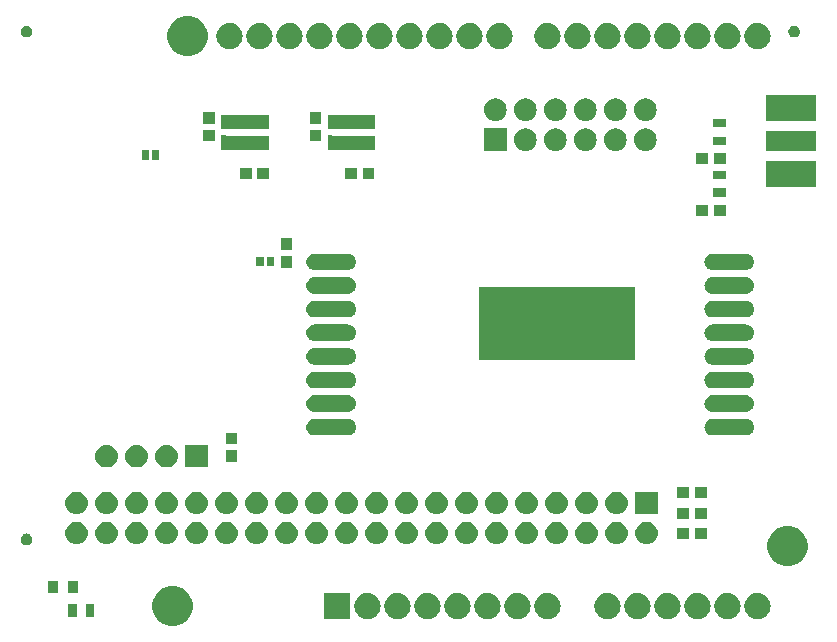
<source format=gts>
G04 #@! TF.GenerationSoftware,KiCad,Pcbnew,(5.1.2)-2*
G04 #@! TF.CreationDate,2020-02-19T10:12:51-05:00*
G04 #@! TF.ProjectId,LoRaShield2,4c6f5261-5368-4696-956c-64322e6b6963,V2*
G04 #@! TF.SameCoordinates,PX437ae70PY8b896f8*
G04 #@! TF.FileFunction,Soldermask,Top*
G04 #@! TF.FilePolarity,Negative*
%FSLAX46Y46*%
G04 Gerber Fmt 4.6, Leading zero omitted, Abs format (unit mm)*
G04 Created by KiCad (PCBNEW (5.1.2)-2) date 2020-02-19 10:12:51*
%MOMM*%
%LPD*%
G04 APERTURE LIST*
%ADD10C,0.100000*%
G04 APERTURE END LIST*
D10*
G36*
X14437654Y4335335D02*
G01*
X14601872Y4302670D01*
X14911252Y4174521D01*
X15189687Y3988477D01*
X15426477Y3751687D01*
X15612521Y3473252D01*
X15740670Y3163872D01*
X15806000Y2835435D01*
X15806000Y2500565D01*
X15740670Y2172128D01*
X15612521Y1862748D01*
X15426477Y1584313D01*
X15189687Y1347523D01*
X14911252Y1161479D01*
X14601872Y1033330D01*
X14437654Y1000665D01*
X14273437Y968000D01*
X13938563Y968000D01*
X13774346Y1000665D01*
X13610128Y1033330D01*
X13300748Y1161479D01*
X13022313Y1347523D01*
X12785523Y1584313D01*
X12599479Y1862748D01*
X12471330Y2172128D01*
X12406000Y2500565D01*
X12406000Y2835435D01*
X12471330Y3163872D01*
X12599479Y3473252D01*
X12785523Y3751687D01*
X13022313Y3988477D01*
X13300748Y4174521D01*
X13610128Y4302670D01*
X13774346Y4335335D01*
X13938563Y4368000D01*
X14273437Y4368000D01*
X14437654Y4335335D01*
X14437654Y4335335D01*
G37*
G36*
X29176000Y1568000D02*
G01*
X26976000Y1568000D01*
X26976000Y3768000D01*
X29176000Y3768000D01*
X29176000Y1568000D01*
X29176000Y1568000D01*
G37*
G36*
X61257771Y3757389D02*
G01*
X61311638Y3752084D01*
X61380755Y3731117D01*
X61518990Y3689184D01*
X61710081Y3587044D01*
X61710082Y3587043D01*
X61710084Y3587042D01*
X61877581Y3449581D01*
X62015042Y3282084D01*
X62015044Y3282081D01*
X62117184Y3090990D01*
X62180084Y2883637D01*
X62201322Y2668000D01*
X62180084Y2452363D01*
X62117184Y2245010D01*
X62015044Y2053919D01*
X62015042Y2053916D01*
X61877581Y1886419D01*
X61710084Y1748958D01*
X61710082Y1748957D01*
X61710081Y1748956D01*
X61518990Y1646816D01*
X61380755Y1604883D01*
X61311638Y1583916D01*
X61257771Y1578611D01*
X61150038Y1568000D01*
X61041962Y1568000D01*
X60934229Y1578611D01*
X60880362Y1583916D01*
X60811245Y1604883D01*
X60673010Y1646816D01*
X60481919Y1748956D01*
X60481918Y1748957D01*
X60481916Y1748958D01*
X60314419Y1886419D01*
X60176958Y2053916D01*
X60176956Y2053919D01*
X60074816Y2245010D01*
X60011916Y2452363D01*
X59990678Y2668000D01*
X60011916Y2883637D01*
X60074816Y3090990D01*
X60176956Y3282081D01*
X60176958Y3282084D01*
X60314419Y3449581D01*
X60481916Y3587042D01*
X60481918Y3587043D01*
X60481919Y3587044D01*
X60673010Y3689184D01*
X60811245Y3731117D01*
X60880362Y3752084D01*
X60934229Y3757389D01*
X61041962Y3768000D01*
X61150038Y3768000D01*
X61257771Y3757389D01*
X61257771Y3757389D01*
G37*
G36*
X58717771Y3757389D02*
G01*
X58771638Y3752084D01*
X58840755Y3731117D01*
X58978990Y3689184D01*
X59170081Y3587044D01*
X59170082Y3587043D01*
X59170084Y3587042D01*
X59337581Y3449581D01*
X59475042Y3282084D01*
X59475044Y3282081D01*
X59577184Y3090990D01*
X59640084Y2883637D01*
X59661322Y2668000D01*
X59640084Y2452363D01*
X59577184Y2245010D01*
X59475044Y2053919D01*
X59475042Y2053916D01*
X59337581Y1886419D01*
X59170084Y1748958D01*
X59170082Y1748957D01*
X59170081Y1748956D01*
X58978990Y1646816D01*
X58840755Y1604883D01*
X58771638Y1583916D01*
X58717771Y1578611D01*
X58610038Y1568000D01*
X58501962Y1568000D01*
X58394229Y1578611D01*
X58340362Y1583916D01*
X58271245Y1604883D01*
X58133010Y1646816D01*
X57941919Y1748956D01*
X57941918Y1748957D01*
X57941916Y1748958D01*
X57774419Y1886419D01*
X57636958Y2053916D01*
X57636956Y2053919D01*
X57534816Y2245010D01*
X57471916Y2452363D01*
X57450678Y2668000D01*
X57471916Y2883637D01*
X57534816Y3090990D01*
X57636956Y3282081D01*
X57636958Y3282084D01*
X57774419Y3449581D01*
X57941916Y3587042D01*
X57941918Y3587043D01*
X57941919Y3587044D01*
X58133010Y3689184D01*
X58271245Y3731117D01*
X58340362Y3752084D01*
X58394229Y3757389D01*
X58501962Y3768000D01*
X58610038Y3768000D01*
X58717771Y3757389D01*
X58717771Y3757389D01*
G37*
G36*
X56177771Y3757389D02*
G01*
X56231638Y3752084D01*
X56300755Y3731117D01*
X56438990Y3689184D01*
X56630081Y3587044D01*
X56630082Y3587043D01*
X56630084Y3587042D01*
X56797581Y3449581D01*
X56935042Y3282084D01*
X56935044Y3282081D01*
X57037184Y3090990D01*
X57100084Y2883637D01*
X57121322Y2668000D01*
X57100084Y2452363D01*
X57037184Y2245010D01*
X56935044Y2053919D01*
X56935042Y2053916D01*
X56797581Y1886419D01*
X56630084Y1748958D01*
X56630082Y1748957D01*
X56630081Y1748956D01*
X56438990Y1646816D01*
X56300755Y1604883D01*
X56231638Y1583916D01*
X56177771Y1578611D01*
X56070038Y1568000D01*
X55961962Y1568000D01*
X55854229Y1578611D01*
X55800362Y1583916D01*
X55731245Y1604883D01*
X55593010Y1646816D01*
X55401919Y1748956D01*
X55401918Y1748957D01*
X55401916Y1748958D01*
X55234419Y1886419D01*
X55096958Y2053916D01*
X55096956Y2053919D01*
X54994816Y2245010D01*
X54931916Y2452363D01*
X54910678Y2668000D01*
X54931916Y2883637D01*
X54994816Y3090990D01*
X55096956Y3282081D01*
X55096958Y3282084D01*
X55234419Y3449581D01*
X55401916Y3587042D01*
X55401918Y3587043D01*
X55401919Y3587044D01*
X55593010Y3689184D01*
X55731245Y3731117D01*
X55800362Y3752084D01*
X55854229Y3757389D01*
X55961962Y3768000D01*
X56070038Y3768000D01*
X56177771Y3757389D01*
X56177771Y3757389D01*
G37*
G36*
X53637771Y3757389D02*
G01*
X53691638Y3752084D01*
X53760755Y3731117D01*
X53898990Y3689184D01*
X54090081Y3587044D01*
X54090082Y3587043D01*
X54090084Y3587042D01*
X54257581Y3449581D01*
X54395042Y3282084D01*
X54395044Y3282081D01*
X54497184Y3090990D01*
X54560084Y2883637D01*
X54581322Y2668000D01*
X54560084Y2452363D01*
X54497184Y2245010D01*
X54395044Y2053919D01*
X54395042Y2053916D01*
X54257581Y1886419D01*
X54090084Y1748958D01*
X54090082Y1748957D01*
X54090081Y1748956D01*
X53898990Y1646816D01*
X53760755Y1604883D01*
X53691638Y1583916D01*
X53637771Y1578611D01*
X53530038Y1568000D01*
X53421962Y1568000D01*
X53314229Y1578611D01*
X53260362Y1583916D01*
X53191245Y1604883D01*
X53053010Y1646816D01*
X52861919Y1748956D01*
X52861918Y1748957D01*
X52861916Y1748958D01*
X52694419Y1886419D01*
X52556958Y2053916D01*
X52556956Y2053919D01*
X52454816Y2245010D01*
X52391916Y2452363D01*
X52370678Y2668000D01*
X52391916Y2883637D01*
X52454816Y3090990D01*
X52556956Y3282081D01*
X52556958Y3282084D01*
X52694419Y3449581D01*
X52861916Y3587042D01*
X52861918Y3587043D01*
X52861919Y3587044D01*
X53053010Y3689184D01*
X53191245Y3731117D01*
X53260362Y3752084D01*
X53314229Y3757389D01*
X53421962Y3768000D01*
X53530038Y3768000D01*
X53637771Y3757389D01*
X53637771Y3757389D01*
G37*
G36*
X51097771Y3757389D02*
G01*
X51151638Y3752084D01*
X51220755Y3731117D01*
X51358990Y3689184D01*
X51550081Y3587044D01*
X51550082Y3587043D01*
X51550084Y3587042D01*
X51717581Y3449581D01*
X51855042Y3282084D01*
X51855044Y3282081D01*
X51957184Y3090990D01*
X52020084Y2883637D01*
X52041322Y2668000D01*
X52020084Y2452363D01*
X51957184Y2245010D01*
X51855044Y2053919D01*
X51855042Y2053916D01*
X51717581Y1886419D01*
X51550084Y1748958D01*
X51550082Y1748957D01*
X51550081Y1748956D01*
X51358990Y1646816D01*
X51220755Y1604883D01*
X51151638Y1583916D01*
X51097771Y1578611D01*
X50990038Y1568000D01*
X50881962Y1568000D01*
X50774229Y1578611D01*
X50720362Y1583916D01*
X50651245Y1604883D01*
X50513010Y1646816D01*
X50321919Y1748956D01*
X50321918Y1748957D01*
X50321916Y1748958D01*
X50154419Y1886419D01*
X50016958Y2053916D01*
X50016956Y2053919D01*
X49914816Y2245010D01*
X49851916Y2452363D01*
X49830678Y2668000D01*
X49851916Y2883637D01*
X49914816Y3090990D01*
X50016956Y3282081D01*
X50016958Y3282084D01*
X50154419Y3449581D01*
X50321916Y3587042D01*
X50321918Y3587043D01*
X50321919Y3587044D01*
X50513010Y3689184D01*
X50651245Y3731117D01*
X50720362Y3752084D01*
X50774229Y3757389D01*
X50881962Y3768000D01*
X50990038Y3768000D01*
X51097771Y3757389D01*
X51097771Y3757389D01*
G37*
G36*
X46017771Y3757389D02*
G01*
X46071638Y3752084D01*
X46140755Y3731117D01*
X46278990Y3689184D01*
X46470081Y3587044D01*
X46470082Y3587043D01*
X46470084Y3587042D01*
X46637581Y3449581D01*
X46775042Y3282084D01*
X46775044Y3282081D01*
X46877184Y3090990D01*
X46940084Y2883637D01*
X46961322Y2668000D01*
X46940084Y2452363D01*
X46877184Y2245010D01*
X46775044Y2053919D01*
X46775042Y2053916D01*
X46637581Y1886419D01*
X46470084Y1748958D01*
X46470082Y1748957D01*
X46470081Y1748956D01*
X46278990Y1646816D01*
X46140755Y1604883D01*
X46071638Y1583916D01*
X46017771Y1578611D01*
X45910038Y1568000D01*
X45801962Y1568000D01*
X45694229Y1578611D01*
X45640362Y1583916D01*
X45571245Y1604883D01*
X45433010Y1646816D01*
X45241919Y1748956D01*
X45241918Y1748957D01*
X45241916Y1748958D01*
X45074419Y1886419D01*
X44936958Y2053916D01*
X44936956Y2053919D01*
X44834816Y2245010D01*
X44771916Y2452363D01*
X44750678Y2668000D01*
X44771916Y2883637D01*
X44834816Y3090990D01*
X44936956Y3282081D01*
X44936958Y3282084D01*
X45074419Y3449581D01*
X45241916Y3587042D01*
X45241918Y3587043D01*
X45241919Y3587044D01*
X45433010Y3689184D01*
X45571245Y3731117D01*
X45640362Y3752084D01*
X45694229Y3757389D01*
X45801962Y3768000D01*
X45910038Y3768000D01*
X46017771Y3757389D01*
X46017771Y3757389D01*
G37*
G36*
X40937771Y3757389D02*
G01*
X40991638Y3752084D01*
X41060755Y3731117D01*
X41198990Y3689184D01*
X41390081Y3587044D01*
X41390082Y3587043D01*
X41390084Y3587042D01*
X41557581Y3449581D01*
X41695042Y3282084D01*
X41695044Y3282081D01*
X41797184Y3090990D01*
X41860084Y2883637D01*
X41881322Y2668000D01*
X41860084Y2452363D01*
X41797184Y2245010D01*
X41695044Y2053919D01*
X41695042Y2053916D01*
X41557581Y1886419D01*
X41390084Y1748958D01*
X41390082Y1748957D01*
X41390081Y1748956D01*
X41198990Y1646816D01*
X41060755Y1604883D01*
X40991638Y1583916D01*
X40937771Y1578611D01*
X40830038Y1568000D01*
X40721962Y1568000D01*
X40614229Y1578611D01*
X40560362Y1583916D01*
X40491245Y1604883D01*
X40353010Y1646816D01*
X40161919Y1748956D01*
X40161918Y1748957D01*
X40161916Y1748958D01*
X39994419Y1886419D01*
X39856958Y2053916D01*
X39856956Y2053919D01*
X39754816Y2245010D01*
X39691916Y2452363D01*
X39670678Y2668000D01*
X39691916Y2883637D01*
X39754816Y3090990D01*
X39856956Y3282081D01*
X39856958Y3282084D01*
X39994419Y3449581D01*
X40161916Y3587042D01*
X40161918Y3587043D01*
X40161919Y3587044D01*
X40353010Y3689184D01*
X40491245Y3731117D01*
X40560362Y3752084D01*
X40614229Y3757389D01*
X40721962Y3768000D01*
X40830038Y3768000D01*
X40937771Y3757389D01*
X40937771Y3757389D01*
G37*
G36*
X43477771Y3757389D02*
G01*
X43531638Y3752084D01*
X43600755Y3731117D01*
X43738990Y3689184D01*
X43930081Y3587044D01*
X43930082Y3587043D01*
X43930084Y3587042D01*
X44097581Y3449581D01*
X44235042Y3282084D01*
X44235044Y3282081D01*
X44337184Y3090990D01*
X44400084Y2883637D01*
X44421322Y2668000D01*
X44400084Y2452363D01*
X44337184Y2245010D01*
X44235044Y2053919D01*
X44235042Y2053916D01*
X44097581Y1886419D01*
X43930084Y1748958D01*
X43930082Y1748957D01*
X43930081Y1748956D01*
X43738990Y1646816D01*
X43600755Y1604883D01*
X43531638Y1583916D01*
X43477771Y1578611D01*
X43370038Y1568000D01*
X43261962Y1568000D01*
X43154229Y1578611D01*
X43100362Y1583916D01*
X43031245Y1604883D01*
X42893010Y1646816D01*
X42701919Y1748956D01*
X42701918Y1748957D01*
X42701916Y1748958D01*
X42534419Y1886419D01*
X42396958Y2053916D01*
X42396956Y2053919D01*
X42294816Y2245010D01*
X42231916Y2452363D01*
X42210678Y2668000D01*
X42231916Y2883637D01*
X42294816Y3090990D01*
X42396956Y3282081D01*
X42396958Y3282084D01*
X42534419Y3449581D01*
X42701916Y3587042D01*
X42701918Y3587043D01*
X42701919Y3587044D01*
X42893010Y3689184D01*
X43031245Y3731117D01*
X43100362Y3752084D01*
X43154229Y3757389D01*
X43261962Y3768000D01*
X43370038Y3768000D01*
X43477771Y3757389D01*
X43477771Y3757389D01*
G37*
G36*
X63797771Y3757389D02*
G01*
X63851638Y3752084D01*
X63920755Y3731117D01*
X64058990Y3689184D01*
X64250081Y3587044D01*
X64250082Y3587043D01*
X64250084Y3587042D01*
X64417581Y3449581D01*
X64555042Y3282084D01*
X64555044Y3282081D01*
X64657184Y3090990D01*
X64720084Y2883637D01*
X64741322Y2668000D01*
X64720084Y2452363D01*
X64657184Y2245010D01*
X64555044Y2053919D01*
X64555042Y2053916D01*
X64417581Y1886419D01*
X64250084Y1748958D01*
X64250082Y1748957D01*
X64250081Y1748956D01*
X64058990Y1646816D01*
X63920755Y1604883D01*
X63851638Y1583916D01*
X63797771Y1578611D01*
X63690038Y1568000D01*
X63581962Y1568000D01*
X63474229Y1578611D01*
X63420362Y1583916D01*
X63351245Y1604883D01*
X63213010Y1646816D01*
X63021919Y1748956D01*
X63021918Y1748957D01*
X63021916Y1748958D01*
X62854419Y1886419D01*
X62716958Y2053916D01*
X62716956Y2053919D01*
X62614816Y2245010D01*
X62551916Y2452363D01*
X62530678Y2668000D01*
X62551916Y2883637D01*
X62614816Y3090990D01*
X62716956Y3282081D01*
X62716958Y3282084D01*
X62854419Y3449581D01*
X63021916Y3587042D01*
X63021918Y3587043D01*
X63021919Y3587044D01*
X63213010Y3689184D01*
X63351245Y3731117D01*
X63420362Y3752084D01*
X63474229Y3757389D01*
X63581962Y3768000D01*
X63690038Y3768000D01*
X63797771Y3757389D01*
X63797771Y3757389D01*
G37*
G36*
X30777771Y3757389D02*
G01*
X30831638Y3752084D01*
X30900755Y3731117D01*
X31038990Y3689184D01*
X31230081Y3587044D01*
X31230082Y3587043D01*
X31230084Y3587042D01*
X31397581Y3449581D01*
X31535042Y3282084D01*
X31535044Y3282081D01*
X31637184Y3090990D01*
X31700084Y2883637D01*
X31721322Y2668000D01*
X31700084Y2452363D01*
X31637184Y2245010D01*
X31535044Y2053919D01*
X31535042Y2053916D01*
X31397581Y1886419D01*
X31230084Y1748958D01*
X31230082Y1748957D01*
X31230081Y1748956D01*
X31038990Y1646816D01*
X30900755Y1604883D01*
X30831638Y1583916D01*
X30777771Y1578611D01*
X30670038Y1568000D01*
X30561962Y1568000D01*
X30454229Y1578611D01*
X30400362Y1583916D01*
X30331245Y1604883D01*
X30193010Y1646816D01*
X30001919Y1748956D01*
X30001918Y1748957D01*
X30001916Y1748958D01*
X29834419Y1886419D01*
X29696958Y2053916D01*
X29696956Y2053919D01*
X29594816Y2245010D01*
X29531916Y2452363D01*
X29510678Y2668000D01*
X29531916Y2883637D01*
X29594816Y3090990D01*
X29696956Y3282081D01*
X29696958Y3282084D01*
X29834419Y3449581D01*
X30001916Y3587042D01*
X30001918Y3587043D01*
X30001919Y3587044D01*
X30193010Y3689184D01*
X30331245Y3731117D01*
X30400362Y3752084D01*
X30454229Y3757389D01*
X30561962Y3768000D01*
X30670038Y3768000D01*
X30777771Y3757389D01*
X30777771Y3757389D01*
G37*
G36*
X35857771Y3757389D02*
G01*
X35911638Y3752084D01*
X35980755Y3731117D01*
X36118990Y3689184D01*
X36310081Y3587044D01*
X36310082Y3587043D01*
X36310084Y3587042D01*
X36477581Y3449581D01*
X36615042Y3282084D01*
X36615044Y3282081D01*
X36717184Y3090990D01*
X36780084Y2883637D01*
X36801322Y2668000D01*
X36780084Y2452363D01*
X36717184Y2245010D01*
X36615044Y2053919D01*
X36615042Y2053916D01*
X36477581Y1886419D01*
X36310084Y1748958D01*
X36310082Y1748957D01*
X36310081Y1748956D01*
X36118990Y1646816D01*
X35980755Y1604883D01*
X35911638Y1583916D01*
X35857771Y1578611D01*
X35750038Y1568000D01*
X35641962Y1568000D01*
X35534229Y1578611D01*
X35480362Y1583916D01*
X35411245Y1604883D01*
X35273010Y1646816D01*
X35081919Y1748956D01*
X35081918Y1748957D01*
X35081916Y1748958D01*
X34914419Y1886419D01*
X34776958Y2053916D01*
X34776956Y2053919D01*
X34674816Y2245010D01*
X34611916Y2452363D01*
X34590678Y2668000D01*
X34611916Y2883637D01*
X34674816Y3090990D01*
X34776956Y3282081D01*
X34776958Y3282084D01*
X34914419Y3449581D01*
X35081916Y3587042D01*
X35081918Y3587043D01*
X35081919Y3587044D01*
X35273010Y3689184D01*
X35411245Y3731117D01*
X35480362Y3752084D01*
X35534229Y3757389D01*
X35641962Y3768000D01*
X35750038Y3768000D01*
X35857771Y3757389D01*
X35857771Y3757389D01*
G37*
G36*
X38397771Y3757389D02*
G01*
X38451638Y3752084D01*
X38520755Y3731117D01*
X38658990Y3689184D01*
X38850081Y3587044D01*
X38850082Y3587043D01*
X38850084Y3587042D01*
X39017581Y3449581D01*
X39155042Y3282084D01*
X39155044Y3282081D01*
X39257184Y3090990D01*
X39320084Y2883637D01*
X39341322Y2668000D01*
X39320084Y2452363D01*
X39257184Y2245010D01*
X39155044Y2053919D01*
X39155042Y2053916D01*
X39017581Y1886419D01*
X38850084Y1748958D01*
X38850082Y1748957D01*
X38850081Y1748956D01*
X38658990Y1646816D01*
X38520755Y1604883D01*
X38451638Y1583916D01*
X38397771Y1578611D01*
X38290038Y1568000D01*
X38181962Y1568000D01*
X38074229Y1578611D01*
X38020362Y1583916D01*
X37951245Y1604883D01*
X37813010Y1646816D01*
X37621919Y1748956D01*
X37621918Y1748957D01*
X37621916Y1748958D01*
X37454419Y1886419D01*
X37316958Y2053916D01*
X37316956Y2053919D01*
X37214816Y2245010D01*
X37151916Y2452363D01*
X37130678Y2668000D01*
X37151916Y2883637D01*
X37214816Y3090990D01*
X37316956Y3282081D01*
X37316958Y3282084D01*
X37454419Y3449581D01*
X37621916Y3587042D01*
X37621918Y3587043D01*
X37621919Y3587044D01*
X37813010Y3689184D01*
X37951245Y3731117D01*
X38020362Y3752084D01*
X38074229Y3757389D01*
X38181962Y3768000D01*
X38290038Y3768000D01*
X38397771Y3757389D01*
X38397771Y3757389D01*
G37*
G36*
X33317771Y3757389D02*
G01*
X33371638Y3752084D01*
X33440755Y3731117D01*
X33578990Y3689184D01*
X33770081Y3587044D01*
X33770082Y3587043D01*
X33770084Y3587042D01*
X33937581Y3449581D01*
X34075042Y3282084D01*
X34075044Y3282081D01*
X34177184Y3090990D01*
X34240084Y2883637D01*
X34261322Y2668000D01*
X34240084Y2452363D01*
X34177184Y2245010D01*
X34075044Y2053919D01*
X34075042Y2053916D01*
X33937581Y1886419D01*
X33770084Y1748958D01*
X33770082Y1748957D01*
X33770081Y1748956D01*
X33578990Y1646816D01*
X33440755Y1604883D01*
X33371638Y1583916D01*
X33317771Y1578611D01*
X33210038Y1568000D01*
X33101962Y1568000D01*
X32994229Y1578611D01*
X32940362Y1583916D01*
X32871245Y1604883D01*
X32733010Y1646816D01*
X32541919Y1748956D01*
X32541918Y1748957D01*
X32541916Y1748958D01*
X32374419Y1886419D01*
X32236958Y2053916D01*
X32236956Y2053919D01*
X32134816Y2245010D01*
X32071916Y2452363D01*
X32050678Y2668000D01*
X32071916Y2883637D01*
X32134816Y3090990D01*
X32236956Y3282081D01*
X32236958Y3282084D01*
X32374419Y3449581D01*
X32541916Y3587042D01*
X32541918Y3587043D01*
X32541919Y3587044D01*
X32733010Y3689184D01*
X32871245Y3731117D01*
X32940362Y3752084D01*
X32994229Y3757389D01*
X33101962Y3768000D01*
X33210038Y3768000D01*
X33317771Y3757389D01*
X33317771Y3757389D01*
G37*
G36*
X6000000Y1700000D02*
G01*
X5300000Y1700000D01*
X5300000Y2800000D01*
X6000000Y2800000D01*
X6000000Y1700000D01*
X6000000Y1700000D01*
G37*
G36*
X7500000Y1700000D02*
G01*
X6800000Y1700000D01*
X6800000Y2800000D01*
X7500000Y2800000D01*
X7500000Y1700000D01*
X7500000Y1700000D01*
G37*
G36*
X6075001Y3750000D02*
G01*
X5275001Y3750000D01*
X5275001Y4750000D01*
X6075001Y4750000D01*
X6075001Y3750000D01*
X6075001Y3750000D01*
G37*
G36*
X4375001Y3750000D02*
G01*
X3575001Y3750000D01*
X3575001Y4750000D01*
X4375001Y4750000D01*
X4375001Y3750000D01*
X4375001Y3750000D01*
G37*
G36*
X66507653Y9415335D02*
G01*
X66671872Y9382670D01*
X66981252Y9254521D01*
X67259687Y9068477D01*
X67496477Y8831687D01*
X67682521Y8553252D01*
X67810670Y8243872D01*
X67825532Y8169155D01*
X67873775Y7926624D01*
X67876000Y7915435D01*
X67876000Y7580565D01*
X67810670Y7252128D01*
X67682521Y6942748D01*
X67496477Y6664313D01*
X67259687Y6427523D01*
X66981252Y6241479D01*
X66671872Y6113330D01*
X66507653Y6080665D01*
X66343437Y6048000D01*
X66008563Y6048000D01*
X65844347Y6080665D01*
X65680128Y6113330D01*
X65370748Y6241479D01*
X65092313Y6427523D01*
X64855523Y6664313D01*
X64669479Y6942748D01*
X64541330Y7252128D01*
X64476000Y7580565D01*
X64476000Y7915435D01*
X64478226Y7926624D01*
X64526468Y8169155D01*
X64541330Y8243872D01*
X64669479Y8553252D01*
X64855523Y8831687D01*
X65092313Y9068477D01*
X65370748Y9254521D01*
X65680128Y9382670D01*
X65844347Y9415335D01*
X66008563Y9448000D01*
X66343437Y9448000D01*
X66507653Y9415335D01*
X66507653Y9415335D01*
G37*
G36*
X1887843Y8795786D02*
G01*
X1887846Y8795785D01*
X1887845Y8795785D01*
X1978839Y8758094D01*
X2020063Y8730549D01*
X2060730Y8703376D01*
X2130376Y8633730D01*
X2185095Y8551837D01*
X2222786Y8460843D01*
X2242000Y8364247D01*
X2242000Y8265753D01*
X2222786Y8169157D01*
X2222785Y8169155D01*
X2185094Y8078161D01*
X2177156Y8066281D01*
X2130376Y7996270D01*
X2060730Y7926624D01*
X2043987Y7915437D01*
X1978839Y7871906D01*
X1978838Y7871905D01*
X1978837Y7871905D01*
X1887843Y7834214D01*
X1791247Y7815000D01*
X1692753Y7815000D01*
X1596157Y7834214D01*
X1505163Y7871905D01*
X1505162Y7871905D01*
X1505161Y7871906D01*
X1440013Y7915437D01*
X1423270Y7926624D01*
X1353624Y7996270D01*
X1306844Y8066281D01*
X1298906Y8078161D01*
X1261215Y8169155D01*
X1261214Y8169157D01*
X1242000Y8265753D01*
X1242000Y8364247D01*
X1261214Y8460843D01*
X1298905Y8551837D01*
X1353624Y8633730D01*
X1423270Y8703376D01*
X1463937Y8730549D01*
X1505161Y8758094D01*
X1596155Y8795785D01*
X1596154Y8795785D01*
X1596157Y8795786D01*
X1692753Y8815000D01*
X1791247Y8815000D01*
X1887843Y8795786D01*
X1887843Y8795786D01*
G37*
G36*
X18868232Y9796254D02*
G01*
X19047308Y9741932D01*
X19129826Y9697825D01*
X19212344Y9653719D01*
X19357001Y9535001D01*
X19475719Y9390344D01*
X19519825Y9307826D01*
X19563932Y9225308D01*
X19618254Y9046232D01*
X19636596Y8860000D01*
X19618254Y8673768D01*
X19563932Y8494692D01*
X19563931Y8494691D01*
X19475719Y8329656D01*
X19357001Y8184999D01*
X19212344Y8066281D01*
X19129827Y8022175D01*
X19047308Y7978068D01*
X18868232Y7923746D01*
X18728666Y7910000D01*
X18635334Y7910000D01*
X18495768Y7923746D01*
X18316692Y7978068D01*
X18234173Y8022175D01*
X18151656Y8066281D01*
X18006999Y8184999D01*
X17888281Y8329656D01*
X17800069Y8494691D01*
X17800068Y8494692D01*
X17745746Y8673768D01*
X17727404Y8860000D01*
X17745746Y9046232D01*
X17800068Y9225308D01*
X17844175Y9307827D01*
X17888281Y9390344D01*
X18006999Y9535001D01*
X18151656Y9653719D01*
X18234174Y9697825D01*
X18316692Y9741932D01*
X18495768Y9796254D01*
X18635334Y9810000D01*
X18728666Y9810000D01*
X18868232Y9796254D01*
X18868232Y9796254D01*
G37*
G36*
X31568232Y9796254D02*
G01*
X31747308Y9741932D01*
X31829826Y9697825D01*
X31912344Y9653719D01*
X32057001Y9535001D01*
X32175719Y9390344D01*
X32219825Y9307826D01*
X32263932Y9225308D01*
X32318254Y9046232D01*
X32336596Y8860000D01*
X32318254Y8673768D01*
X32263932Y8494692D01*
X32263931Y8494691D01*
X32175719Y8329656D01*
X32057001Y8184999D01*
X31912344Y8066281D01*
X31829827Y8022175D01*
X31747308Y7978068D01*
X31568232Y7923746D01*
X31428666Y7910000D01*
X31335334Y7910000D01*
X31195768Y7923746D01*
X31016692Y7978068D01*
X30934173Y8022175D01*
X30851656Y8066281D01*
X30706999Y8184999D01*
X30588281Y8329656D01*
X30500069Y8494691D01*
X30500068Y8494692D01*
X30445746Y8673768D01*
X30427404Y8860000D01*
X30445746Y9046232D01*
X30500068Y9225308D01*
X30544175Y9307827D01*
X30588281Y9390344D01*
X30706999Y9535001D01*
X30851656Y9653719D01*
X30934174Y9697825D01*
X31016692Y9741932D01*
X31195768Y9796254D01*
X31335334Y9810000D01*
X31428666Y9810000D01*
X31568232Y9796254D01*
X31568232Y9796254D01*
G37*
G36*
X13788232Y9796254D02*
G01*
X13967308Y9741932D01*
X14049826Y9697825D01*
X14132344Y9653719D01*
X14277001Y9535001D01*
X14395719Y9390344D01*
X14439825Y9307826D01*
X14483932Y9225308D01*
X14538254Y9046232D01*
X14556596Y8860000D01*
X14538254Y8673768D01*
X14483932Y8494692D01*
X14483931Y8494691D01*
X14395719Y8329656D01*
X14277001Y8184999D01*
X14132344Y8066281D01*
X14049827Y8022175D01*
X13967308Y7978068D01*
X13788232Y7923746D01*
X13648666Y7910000D01*
X13555334Y7910000D01*
X13415768Y7923746D01*
X13236692Y7978068D01*
X13154173Y8022175D01*
X13071656Y8066281D01*
X12926999Y8184999D01*
X12808281Y8329656D01*
X12720069Y8494691D01*
X12720068Y8494692D01*
X12665746Y8673768D01*
X12647404Y8860000D01*
X12665746Y9046232D01*
X12720068Y9225308D01*
X12764175Y9307827D01*
X12808281Y9390344D01*
X12926999Y9535001D01*
X13071656Y9653719D01*
X13154174Y9697825D01*
X13236692Y9741932D01*
X13415768Y9796254D01*
X13555334Y9810000D01*
X13648666Y9810000D01*
X13788232Y9796254D01*
X13788232Y9796254D01*
G37*
G36*
X11248232Y9796254D02*
G01*
X11427308Y9741932D01*
X11509826Y9697825D01*
X11592344Y9653719D01*
X11737001Y9535001D01*
X11855719Y9390344D01*
X11899825Y9307826D01*
X11943932Y9225308D01*
X11998254Y9046232D01*
X12016596Y8860000D01*
X11998254Y8673768D01*
X11943932Y8494692D01*
X11943931Y8494691D01*
X11855719Y8329656D01*
X11737001Y8184999D01*
X11592344Y8066281D01*
X11509827Y8022175D01*
X11427308Y7978068D01*
X11248232Y7923746D01*
X11108666Y7910000D01*
X11015334Y7910000D01*
X10875768Y7923746D01*
X10696692Y7978068D01*
X10614173Y8022175D01*
X10531656Y8066281D01*
X10386999Y8184999D01*
X10268281Y8329656D01*
X10180069Y8494691D01*
X10180068Y8494692D01*
X10125746Y8673768D01*
X10107404Y8860000D01*
X10125746Y9046232D01*
X10180068Y9225308D01*
X10224175Y9307827D01*
X10268281Y9390344D01*
X10386999Y9535001D01*
X10531656Y9653719D01*
X10614174Y9697825D01*
X10696692Y9741932D01*
X10875768Y9796254D01*
X11015334Y9810000D01*
X11108666Y9810000D01*
X11248232Y9796254D01*
X11248232Y9796254D01*
G37*
G36*
X8708232Y9796254D02*
G01*
X8887308Y9741932D01*
X8969826Y9697825D01*
X9052344Y9653719D01*
X9197001Y9535001D01*
X9315719Y9390344D01*
X9359825Y9307826D01*
X9403932Y9225308D01*
X9458254Y9046232D01*
X9476596Y8860000D01*
X9458254Y8673768D01*
X9403932Y8494692D01*
X9403931Y8494691D01*
X9315719Y8329656D01*
X9197001Y8184999D01*
X9052344Y8066281D01*
X8969827Y8022175D01*
X8887308Y7978068D01*
X8708232Y7923746D01*
X8568666Y7910000D01*
X8475334Y7910000D01*
X8335768Y7923746D01*
X8156692Y7978068D01*
X8074173Y8022175D01*
X7991656Y8066281D01*
X7846999Y8184999D01*
X7728281Y8329656D01*
X7640069Y8494691D01*
X7640068Y8494692D01*
X7585746Y8673768D01*
X7567404Y8860000D01*
X7585746Y9046232D01*
X7640068Y9225308D01*
X7684175Y9307827D01*
X7728281Y9390344D01*
X7846999Y9535001D01*
X7991656Y9653719D01*
X8074174Y9697825D01*
X8156692Y9741932D01*
X8335768Y9796254D01*
X8475334Y9810000D01*
X8568666Y9810000D01*
X8708232Y9796254D01*
X8708232Y9796254D01*
G37*
G36*
X6168232Y9796254D02*
G01*
X6347308Y9741932D01*
X6429826Y9697825D01*
X6512344Y9653719D01*
X6657001Y9535001D01*
X6775719Y9390344D01*
X6819825Y9307826D01*
X6863932Y9225308D01*
X6918254Y9046232D01*
X6936596Y8860000D01*
X6918254Y8673768D01*
X6863932Y8494692D01*
X6863931Y8494691D01*
X6775719Y8329656D01*
X6657001Y8184999D01*
X6512344Y8066281D01*
X6429827Y8022175D01*
X6347308Y7978068D01*
X6168232Y7923746D01*
X6028666Y7910000D01*
X5935334Y7910000D01*
X5795768Y7923746D01*
X5616692Y7978068D01*
X5534173Y8022175D01*
X5451656Y8066281D01*
X5306999Y8184999D01*
X5188281Y8329656D01*
X5100069Y8494691D01*
X5100068Y8494692D01*
X5045746Y8673768D01*
X5027404Y8860000D01*
X5045746Y9046232D01*
X5100068Y9225308D01*
X5144175Y9307827D01*
X5188281Y9390344D01*
X5306999Y9535001D01*
X5451656Y9653719D01*
X5534174Y9697825D01*
X5616692Y9741932D01*
X5795768Y9796254D01*
X5935334Y9810000D01*
X6028666Y9810000D01*
X6168232Y9796254D01*
X6168232Y9796254D01*
G37*
G36*
X54428232Y9796254D02*
G01*
X54607308Y9741932D01*
X54689826Y9697825D01*
X54772344Y9653719D01*
X54917001Y9535001D01*
X55035719Y9390344D01*
X55079825Y9307826D01*
X55123932Y9225308D01*
X55178254Y9046232D01*
X55196596Y8860000D01*
X55178254Y8673768D01*
X55123932Y8494692D01*
X55123931Y8494691D01*
X55035719Y8329656D01*
X54917001Y8184999D01*
X54772344Y8066281D01*
X54689827Y8022175D01*
X54607308Y7978068D01*
X54428232Y7923746D01*
X54288666Y7910000D01*
X54195334Y7910000D01*
X54055768Y7923746D01*
X53876692Y7978068D01*
X53794173Y8022175D01*
X53711656Y8066281D01*
X53566999Y8184999D01*
X53448281Y8329656D01*
X53360069Y8494691D01*
X53360068Y8494692D01*
X53305746Y8673768D01*
X53287404Y8860000D01*
X53305746Y9046232D01*
X53360068Y9225308D01*
X53404175Y9307827D01*
X53448281Y9390344D01*
X53566999Y9535001D01*
X53711656Y9653719D01*
X53794174Y9697825D01*
X53876692Y9741932D01*
X54055768Y9796254D01*
X54195334Y9810000D01*
X54288666Y9810000D01*
X54428232Y9796254D01*
X54428232Y9796254D01*
G37*
G36*
X16328232Y9796254D02*
G01*
X16507308Y9741932D01*
X16589826Y9697825D01*
X16672344Y9653719D01*
X16817001Y9535001D01*
X16935719Y9390344D01*
X16979825Y9307826D01*
X17023932Y9225308D01*
X17078254Y9046232D01*
X17096596Y8860000D01*
X17078254Y8673768D01*
X17023932Y8494692D01*
X17023931Y8494691D01*
X16935719Y8329656D01*
X16817001Y8184999D01*
X16672344Y8066281D01*
X16589827Y8022175D01*
X16507308Y7978068D01*
X16328232Y7923746D01*
X16188666Y7910000D01*
X16095334Y7910000D01*
X15955768Y7923746D01*
X15776692Y7978068D01*
X15694173Y8022175D01*
X15611656Y8066281D01*
X15466999Y8184999D01*
X15348281Y8329656D01*
X15260069Y8494691D01*
X15260068Y8494692D01*
X15205746Y8673768D01*
X15187404Y8860000D01*
X15205746Y9046232D01*
X15260068Y9225308D01*
X15304175Y9307827D01*
X15348281Y9390344D01*
X15466999Y9535001D01*
X15611656Y9653719D01*
X15694174Y9697825D01*
X15776692Y9741932D01*
X15955768Y9796254D01*
X16095334Y9810000D01*
X16188666Y9810000D01*
X16328232Y9796254D01*
X16328232Y9796254D01*
G37*
G36*
X49348232Y9796254D02*
G01*
X49527308Y9741932D01*
X49609826Y9697825D01*
X49692344Y9653719D01*
X49837001Y9535001D01*
X49955719Y9390344D01*
X49999825Y9307826D01*
X50043932Y9225308D01*
X50098254Y9046232D01*
X50116596Y8860000D01*
X50098254Y8673768D01*
X50043932Y8494692D01*
X50043931Y8494691D01*
X49955719Y8329656D01*
X49837001Y8184999D01*
X49692344Y8066281D01*
X49609827Y8022175D01*
X49527308Y7978068D01*
X49348232Y7923746D01*
X49208666Y7910000D01*
X49115334Y7910000D01*
X48975768Y7923746D01*
X48796692Y7978068D01*
X48714173Y8022175D01*
X48631656Y8066281D01*
X48486999Y8184999D01*
X48368281Y8329656D01*
X48280069Y8494691D01*
X48280068Y8494692D01*
X48225746Y8673768D01*
X48207404Y8860000D01*
X48225746Y9046232D01*
X48280068Y9225308D01*
X48324175Y9307827D01*
X48368281Y9390344D01*
X48486999Y9535001D01*
X48631656Y9653719D01*
X48714174Y9697825D01*
X48796692Y9741932D01*
X48975768Y9796254D01*
X49115334Y9810000D01*
X49208666Y9810000D01*
X49348232Y9796254D01*
X49348232Y9796254D01*
G37*
G36*
X51888232Y9796254D02*
G01*
X52067308Y9741932D01*
X52149826Y9697825D01*
X52232344Y9653719D01*
X52377001Y9535001D01*
X52495719Y9390344D01*
X52539825Y9307826D01*
X52583932Y9225308D01*
X52638254Y9046232D01*
X52656596Y8860000D01*
X52638254Y8673768D01*
X52583932Y8494692D01*
X52583931Y8494691D01*
X52495719Y8329656D01*
X52377001Y8184999D01*
X52232344Y8066281D01*
X52149827Y8022175D01*
X52067308Y7978068D01*
X51888232Y7923746D01*
X51748666Y7910000D01*
X51655334Y7910000D01*
X51515768Y7923746D01*
X51336692Y7978068D01*
X51254173Y8022175D01*
X51171656Y8066281D01*
X51026999Y8184999D01*
X50908281Y8329656D01*
X50820069Y8494691D01*
X50820068Y8494692D01*
X50765746Y8673768D01*
X50747404Y8860000D01*
X50765746Y9046232D01*
X50820068Y9225308D01*
X50864175Y9307827D01*
X50908281Y9390344D01*
X51026999Y9535001D01*
X51171656Y9653719D01*
X51254174Y9697825D01*
X51336692Y9741932D01*
X51515768Y9796254D01*
X51655334Y9810000D01*
X51748666Y9810000D01*
X51888232Y9796254D01*
X51888232Y9796254D01*
G37*
G36*
X21408232Y9796254D02*
G01*
X21587308Y9741932D01*
X21669826Y9697825D01*
X21752344Y9653719D01*
X21897001Y9535001D01*
X22015719Y9390344D01*
X22059825Y9307826D01*
X22103932Y9225308D01*
X22158254Y9046232D01*
X22176596Y8860000D01*
X22158254Y8673768D01*
X22103932Y8494692D01*
X22103931Y8494691D01*
X22015719Y8329656D01*
X21897001Y8184999D01*
X21752344Y8066281D01*
X21669827Y8022175D01*
X21587308Y7978068D01*
X21408232Y7923746D01*
X21268666Y7910000D01*
X21175334Y7910000D01*
X21035768Y7923746D01*
X20856692Y7978068D01*
X20774173Y8022175D01*
X20691656Y8066281D01*
X20546999Y8184999D01*
X20428281Y8329656D01*
X20340069Y8494691D01*
X20340068Y8494692D01*
X20285746Y8673768D01*
X20267404Y8860000D01*
X20285746Y9046232D01*
X20340068Y9225308D01*
X20384175Y9307827D01*
X20428281Y9390344D01*
X20546999Y9535001D01*
X20691656Y9653719D01*
X20774174Y9697825D01*
X20856692Y9741932D01*
X21035768Y9796254D01*
X21175334Y9810000D01*
X21268666Y9810000D01*
X21408232Y9796254D01*
X21408232Y9796254D01*
G37*
G36*
X23948232Y9796254D02*
G01*
X24127308Y9741932D01*
X24209826Y9697825D01*
X24292344Y9653719D01*
X24437001Y9535001D01*
X24555719Y9390344D01*
X24599825Y9307826D01*
X24643932Y9225308D01*
X24698254Y9046232D01*
X24716596Y8860000D01*
X24698254Y8673768D01*
X24643932Y8494692D01*
X24643931Y8494691D01*
X24555719Y8329656D01*
X24437001Y8184999D01*
X24292344Y8066281D01*
X24209827Y8022175D01*
X24127308Y7978068D01*
X23948232Y7923746D01*
X23808666Y7910000D01*
X23715334Y7910000D01*
X23575768Y7923746D01*
X23396692Y7978068D01*
X23314173Y8022175D01*
X23231656Y8066281D01*
X23086999Y8184999D01*
X22968281Y8329656D01*
X22880069Y8494691D01*
X22880068Y8494692D01*
X22825746Y8673768D01*
X22807404Y8860000D01*
X22825746Y9046232D01*
X22880068Y9225308D01*
X22924175Y9307827D01*
X22968281Y9390344D01*
X23086999Y9535001D01*
X23231656Y9653719D01*
X23314174Y9697825D01*
X23396692Y9741932D01*
X23575768Y9796254D01*
X23715334Y9810000D01*
X23808666Y9810000D01*
X23948232Y9796254D01*
X23948232Y9796254D01*
G37*
G36*
X26488232Y9796254D02*
G01*
X26667308Y9741932D01*
X26749826Y9697825D01*
X26832344Y9653719D01*
X26977001Y9535001D01*
X27095719Y9390344D01*
X27139825Y9307826D01*
X27183932Y9225308D01*
X27238254Y9046232D01*
X27256596Y8860000D01*
X27238254Y8673768D01*
X27183932Y8494692D01*
X27183931Y8494691D01*
X27095719Y8329656D01*
X26977001Y8184999D01*
X26832344Y8066281D01*
X26749827Y8022175D01*
X26667308Y7978068D01*
X26488232Y7923746D01*
X26348666Y7910000D01*
X26255334Y7910000D01*
X26115768Y7923746D01*
X25936692Y7978068D01*
X25854173Y8022175D01*
X25771656Y8066281D01*
X25626999Y8184999D01*
X25508281Y8329656D01*
X25420069Y8494691D01*
X25420068Y8494692D01*
X25365746Y8673768D01*
X25347404Y8860000D01*
X25365746Y9046232D01*
X25420068Y9225308D01*
X25464175Y9307827D01*
X25508281Y9390344D01*
X25626999Y9535001D01*
X25771656Y9653719D01*
X25854174Y9697825D01*
X25936692Y9741932D01*
X26115768Y9796254D01*
X26255334Y9810000D01*
X26348666Y9810000D01*
X26488232Y9796254D01*
X26488232Y9796254D01*
G37*
G36*
X29028232Y9796254D02*
G01*
X29207308Y9741932D01*
X29289826Y9697825D01*
X29372344Y9653719D01*
X29517001Y9535001D01*
X29635719Y9390344D01*
X29679825Y9307826D01*
X29723932Y9225308D01*
X29778254Y9046232D01*
X29796596Y8860000D01*
X29778254Y8673768D01*
X29723932Y8494692D01*
X29723931Y8494691D01*
X29635719Y8329656D01*
X29517001Y8184999D01*
X29372344Y8066281D01*
X29289827Y8022175D01*
X29207308Y7978068D01*
X29028232Y7923746D01*
X28888666Y7910000D01*
X28795334Y7910000D01*
X28655768Y7923746D01*
X28476692Y7978068D01*
X28394173Y8022175D01*
X28311656Y8066281D01*
X28166999Y8184999D01*
X28048281Y8329656D01*
X27960069Y8494691D01*
X27960068Y8494692D01*
X27905746Y8673768D01*
X27887404Y8860000D01*
X27905746Y9046232D01*
X27960068Y9225308D01*
X28004175Y9307827D01*
X28048281Y9390344D01*
X28166999Y9535001D01*
X28311656Y9653719D01*
X28394174Y9697825D01*
X28476692Y9741932D01*
X28655768Y9796254D01*
X28795334Y9810000D01*
X28888666Y9810000D01*
X29028232Y9796254D01*
X29028232Y9796254D01*
G37*
G36*
X34108232Y9796254D02*
G01*
X34287308Y9741932D01*
X34369826Y9697825D01*
X34452344Y9653719D01*
X34597001Y9535001D01*
X34715719Y9390344D01*
X34759825Y9307826D01*
X34803932Y9225308D01*
X34858254Y9046232D01*
X34876596Y8860000D01*
X34858254Y8673768D01*
X34803932Y8494692D01*
X34803931Y8494691D01*
X34715719Y8329656D01*
X34597001Y8184999D01*
X34452344Y8066281D01*
X34369827Y8022175D01*
X34287308Y7978068D01*
X34108232Y7923746D01*
X33968666Y7910000D01*
X33875334Y7910000D01*
X33735768Y7923746D01*
X33556692Y7978068D01*
X33474173Y8022175D01*
X33391656Y8066281D01*
X33246999Y8184999D01*
X33128281Y8329656D01*
X33040069Y8494691D01*
X33040068Y8494692D01*
X32985746Y8673768D01*
X32967404Y8860000D01*
X32985746Y9046232D01*
X33040068Y9225308D01*
X33084175Y9307827D01*
X33128281Y9390344D01*
X33246999Y9535001D01*
X33391656Y9653719D01*
X33474174Y9697825D01*
X33556692Y9741932D01*
X33735768Y9796254D01*
X33875334Y9810000D01*
X33968666Y9810000D01*
X34108232Y9796254D01*
X34108232Y9796254D01*
G37*
G36*
X36648232Y9796254D02*
G01*
X36827308Y9741932D01*
X36909826Y9697825D01*
X36992344Y9653719D01*
X37137001Y9535001D01*
X37255719Y9390344D01*
X37299825Y9307826D01*
X37343932Y9225308D01*
X37398254Y9046232D01*
X37416596Y8860000D01*
X37398254Y8673768D01*
X37343932Y8494692D01*
X37343931Y8494691D01*
X37255719Y8329656D01*
X37137001Y8184999D01*
X36992344Y8066281D01*
X36909827Y8022175D01*
X36827308Y7978068D01*
X36648232Y7923746D01*
X36508666Y7910000D01*
X36415334Y7910000D01*
X36275768Y7923746D01*
X36096692Y7978068D01*
X36014173Y8022175D01*
X35931656Y8066281D01*
X35786999Y8184999D01*
X35668281Y8329656D01*
X35580069Y8494691D01*
X35580068Y8494692D01*
X35525746Y8673768D01*
X35507404Y8860000D01*
X35525746Y9046232D01*
X35580068Y9225308D01*
X35624175Y9307827D01*
X35668281Y9390344D01*
X35786999Y9535001D01*
X35931656Y9653719D01*
X36014174Y9697825D01*
X36096692Y9741932D01*
X36275768Y9796254D01*
X36415334Y9810000D01*
X36508666Y9810000D01*
X36648232Y9796254D01*
X36648232Y9796254D01*
G37*
G36*
X39188232Y9796254D02*
G01*
X39367308Y9741932D01*
X39449826Y9697825D01*
X39532344Y9653719D01*
X39677001Y9535001D01*
X39795719Y9390344D01*
X39839825Y9307826D01*
X39883932Y9225308D01*
X39938254Y9046232D01*
X39956596Y8860000D01*
X39938254Y8673768D01*
X39883932Y8494692D01*
X39883931Y8494691D01*
X39795719Y8329656D01*
X39677001Y8184999D01*
X39532344Y8066281D01*
X39449827Y8022175D01*
X39367308Y7978068D01*
X39188232Y7923746D01*
X39048666Y7910000D01*
X38955334Y7910000D01*
X38815768Y7923746D01*
X38636692Y7978068D01*
X38554173Y8022175D01*
X38471656Y8066281D01*
X38326999Y8184999D01*
X38208281Y8329656D01*
X38120069Y8494691D01*
X38120068Y8494692D01*
X38065746Y8673768D01*
X38047404Y8860000D01*
X38065746Y9046232D01*
X38120068Y9225308D01*
X38164175Y9307827D01*
X38208281Y9390344D01*
X38326999Y9535001D01*
X38471656Y9653719D01*
X38554174Y9697825D01*
X38636692Y9741932D01*
X38815768Y9796254D01*
X38955334Y9810000D01*
X39048666Y9810000D01*
X39188232Y9796254D01*
X39188232Y9796254D01*
G37*
G36*
X41728232Y9796254D02*
G01*
X41907308Y9741932D01*
X41989826Y9697825D01*
X42072344Y9653719D01*
X42217001Y9535001D01*
X42335719Y9390344D01*
X42379825Y9307826D01*
X42423932Y9225308D01*
X42478254Y9046232D01*
X42496596Y8860000D01*
X42478254Y8673768D01*
X42423932Y8494692D01*
X42423931Y8494691D01*
X42335719Y8329656D01*
X42217001Y8184999D01*
X42072344Y8066281D01*
X41989827Y8022175D01*
X41907308Y7978068D01*
X41728232Y7923746D01*
X41588666Y7910000D01*
X41495334Y7910000D01*
X41355768Y7923746D01*
X41176692Y7978068D01*
X41094173Y8022175D01*
X41011656Y8066281D01*
X40866999Y8184999D01*
X40748281Y8329656D01*
X40660069Y8494691D01*
X40660068Y8494692D01*
X40605746Y8673768D01*
X40587404Y8860000D01*
X40605746Y9046232D01*
X40660068Y9225308D01*
X40704175Y9307827D01*
X40748281Y9390344D01*
X40866999Y9535001D01*
X41011656Y9653719D01*
X41094174Y9697825D01*
X41176692Y9741932D01*
X41355768Y9796254D01*
X41495334Y9810000D01*
X41588666Y9810000D01*
X41728232Y9796254D01*
X41728232Y9796254D01*
G37*
G36*
X46808232Y9796254D02*
G01*
X46987308Y9741932D01*
X47069826Y9697825D01*
X47152344Y9653719D01*
X47297001Y9535001D01*
X47415719Y9390344D01*
X47459825Y9307826D01*
X47503932Y9225308D01*
X47558254Y9046232D01*
X47576596Y8860000D01*
X47558254Y8673768D01*
X47503932Y8494692D01*
X47503931Y8494691D01*
X47415719Y8329656D01*
X47297001Y8184999D01*
X47152344Y8066281D01*
X47069827Y8022175D01*
X46987308Y7978068D01*
X46808232Y7923746D01*
X46668666Y7910000D01*
X46575334Y7910000D01*
X46435768Y7923746D01*
X46256692Y7978068D01*
X46174173Y8022175D01*
X46091656Y8066281D01*
X45946999Y8184999D01*
X45828281Y8329656D01*
X45740069Y8494691D01*
X45740068Y8494692D01*
X45685746Y8673768D01*
X45667404Y8860000D01*
X45685746Y9046232D01*
X45740068Y9225308D01*
X45784175Y9307827D01*
X45828281Y9390344D01*
X45946999Y9535001D01*
X46091656Y9653719D01*
X46174174Y9697825D01*
X46256692Y9741932D01*
X46435768Y9796254D01*
X46575334Y9810000D01*
X46668666Y9810000D01*
X46808232Y9796254D01*
X46808232Y9796254D01*
G37*
G36*
X44268232Y9796254D02*
G01*
X44447308Y9741932D01*
X44529826Y9697825D01*
X44612344Y9653719D01*
X44757001Y9535001D01*
X44875719Y9390344D01*
X44919825Y9307826D01*
X44963932Y9225308D01*
X45018254Y9046232D01*
X45036596Y8860000D01*
X45018254Y8673768D01*
X44963932Y8494692D01*
X44963931Y8494691D01*
X44875719Y8329656D01*
X44757001Y8184999D01*
X44612344Y8066281D01*
X44529827Y8022175D01*
X44447308Y7978068D01*
X44268232Y7923746D01*
X44128666Y7910000D01*
X44035334Y7910000D01*
X43895768Y7923746D01*
X43716692Y7978068D01*
X43634173Y8022175D01*
X43551656Y8066281D01*
X43406999Y8184999D01*
X43288281Y8329656D01*
X43200069Y8494691D01*
X43200068Y8494692D01*
X43145746Y8673768D01*
X43127404Y8860000D01*
X43145746Y9046232D01*
X43200068Y9225308D01*
X43244175Y9307827D01*
X43288281Y9390344D01*
X43406999Y9535001D01*
X43551656Y9653719D01*
X43634174Y9697825D01*
X43716692Y9741932D01*
X43895768Y9796254D01*
X44035334Y9810000D01*
X44128666Y9810000D01*
X44268232Y9796254D01*
X44268232Y9796254D01*
G37*
G36*
X57825000Y8325000D02*
G01*
X56825000Y8325000D01*
X56825000Y9275000D01*
X57825000Y9275000D01*
X57825000Y8325000D01*
X57825000Y8325000D01*
G37*
G36*
X59325000Y8325000D02*
G01*
X58325000Y8325000D01*
X58325000Y9275000D01*
X59325000Y9275000D01*
X59325000Y8325000D01*
X59325000Y8325000D01*
G37*
G36*
X57825000Y10025000D02*
G01*
X56825000Y10025000D01*
X56825000Y10975000D01*
X57825000Y10975000D01*
X57825000Y10025000D01*
X57825000Y10025000D01*
G37*
G36*
X59325000Y10025000D02*
G01*
X58325000Y10025000D01*
X58325000Y10975000D01*
X59325000Y10975000D01*
X59325000Y10025000D01*
X59325000Y10025000D01*
G37*
G36*
X36648232Y12336254D02*
G01*
X36827308Y12281932D01*
X36909826Y12237825D01*
X36992344Y12193719D01*
X36992346Y12193718D01*
X36992345Y12193718D01*
X37137001Y12075001D01*
X37255718Y11930345D01*
X37343932Y11765308D01*
X37398254Y11586232D01*
X37416596Y11400000D01*
X37398254Y11213768D01*
X37343932Y11034692D01*
X37343931Y11034691D01*
X37255719Y10869656D01*
X37137001Y10724999D01*
X36992344Y10606281D01*
X36909827Y10562175D01*
X36827308Y10518068D01*
X36648232Y10463746D01*
X36508666Y10450000D01*
X36415334Y10450000D01*
X36275768Y10463746D01*
X36096692Y10518068D01*
X36014173Y10562175D01*
X35931656Y10606281D01*
X35786999Y10724999D01*
X35668281Y10869656D01*
X35580069Y11034691D01*
X35580068Y11034692D01*
X35525746Y11213768D01*
X35507404Y11400000D01*
X35525746Y11586232D01*
X35580068Y11765308D01*
X35668282Y11930345D01*
X35786999Y12075001D01*
X35931655Y12193718D01*
X35931654Y12193718D01*
X35931656Y12193719D01*
X36014174Y12237825D01*
X36096692Y12281932D01*
X36275768Y12336254D01*
X36415334Y12350000D01*
X36508666Y12350000D01*
X36648232Y12336254D01*
X36648232Y12336254D01*
G37*
G36*
X6168232Y12336254D02*
G01*
X6347308Y12281932D01*
X6429826Y12237825D01*
X6512344Y12193719D01*
X6512346Y12193718D01*
X6512345Y12193718D01*
X6657001Y12075001D01*
X6775718Y11930345D01*
X6863932Y11765308D01*
X6918254Y11586232D01*
X6936596Y11400000D01*
X6918254Y11213768D01*
X6863932Y11034692D01*
X6863931Y11034691D01*
X6775719Y10869656D01*
X6657001Y10724999D01*
X6512344Y10606281D01*
X6429827Y10562175D01*
X6347308Y10518068D01*
X6168232Y10463746D01*
X6028666Y10450000D01*
X5935334Y10450000D01*
X5795768Y10463746D01*
X5616692Y10518068D01*
X5534173Y10562175D01*
X5451656Y10606281D01*
X5306999Y10724999D01*
X5188281Y10869656D01*
X5100069Y11034691D01*
X5100068Y11034692D01*
X5045746Y11213768D01*
X5027404Y11400000D01*
X5045746Y11586232D01*
X5100068Y11765308D01*
X5188282Y11930345D01*
X5306999Y12075001D01*
X5451655Y12193718D01*
X5451654Y12193718D01*
X5451656Y12193719D01*
X5534174Y12237825D01*
X5616692Y12281932D01*
X5795768Y12336254D01*
X5935334Y12350000D01*
X6028666Y12350000D01*
X6168232Y12336254D01*
X6168232Y12336254D01*
G37*
G36*
X8708232Y12336254D02*
G01*
X8887308Y12281932D01*
X8969826Y12237825D01*
X9052344Y12193719D01*
X9052346Y12193718D01*
X9052345Y12193718D01*
X9197001Y12075001D01*
X9315718Y11930345D01*
X9403932Y11765308D01*
X9458254Y11586232D01*
X9476596Y11400000D01*
X9458254Y11213768D01*
X9403932Y11034692D01*
X9403931Y11034691D01*
X9315719Y10869656D01*
X9197001Y10724999D01*
X9052344Y10606281D01*
X8969827Y10562175D01*
X8887308Y10518068D01*
X8708232Y10463746D01*
X8568666Y10450000D01*
X8475334Y10450000D01*
X8335768Y10463746D01*
X8156692Y10518068D01*
X8074173Y10562175D01*
X7991656Y10606281D01*
X7846999Y10724999D01*
X7728281Y10869656D01*
X7640069Y11034691D01*
X7640068Y11034692D01*
X7585746Y11213768D01*
X7567404Y11400000D01*
X7585746Y11586232D01*
X7640068Y11765308D01*
X7728282Y11930345D01*
X7846999Y12075001D01*
X7991655Y12193718D01*
X7991654Y12193718D01*
X7991656Y12193719D01*
X8074174Y12237825D01*
X8156692Y12281932D01*
X8335768Y12336254D01*
X8475334Y12350000D01*
X8568666Y12350000D01*
X8708232Y12336254D01*
X8708232Y12336254D01*
G37*
G36*
X13788232Y12336254D02*
G01*
X13967308Y12281932D01*
X14049826Y12237825D01*
X14132344Y12193719D01*
X14132346Y12193718D01*
X14132345Y12193718D01*
X14277001Y12075001D01*
X14395718Y11930345D01*
X14483932Y11765308D01*
X14538254Y11586232D01*
X14556596Y11400000D01*
X14538254Y11213768D01*
X14483932Y11034692D01*
X14483931Y11034691D01*
X14395719Y10869656D01*
X14277001Y10724999D01*
X14132344Y10606281D01*
X14049827Y10562175D01*
X13967308Y10518068D01*
X13788232Y10463746D01*
X13648666Y10450000D01*
X13555334Y10450000D01*
X13415768Y10463746D01*
X13236692Y10518068D01*
X13154173Y10562175D01*
X13071656Y10606281D01*
X12926999Y10724999D01*
X12808281Y10869656D01*
X12720069Y11034691D01*
X12720068Y11034692D01*
X12665746Y11213768D01*
X12647404Y11400000D01*
X12665746Y11586232D01*
X12720068Y11765308D01*
X12808282Y11930345D01*
X12926999Y12075001D01*
X13071655Y12193718D01*
X13071654Y12193718D01*
X13071656Y12193719D01*
X13154174Y12237825D01*
X13236692Y12281932D01*
X13415768Y12336254D01*
X13555334Y12350000D01*
X13648666Y12350000D01*
X13788232Y12336254D01*
X13788232Y12336254D01*
G37*
G36*
X11248232Y12336254D02*
G01*
X11427308Y12281932D01*
X11509826Y12237825D01*
X11592344Y12193719D01*
X11592346Y12193718D01*
X11592345Y12193718D01*
X11737001Y12075001D01*
X11855718Y11930345D01*
X11943932Y11765308D01*
X11998254Y11586232D01*
X12016596Y11400000D01*
X11998254Y11213768D01*
X11943932Y11034692D01*
X11943931Y11034691D01*
X11855719Y10869656D01*
X11737001Y10724999D01*
X11592344Y10606281D01*
X11509827Y10562175D01*
X11427308Y10518068D01*
X11248232Y10463746D01*
X11108666Y10450000D01*
X11015334Y10450000D01*
X10875768Y10463746D01*
X10696692Y10518068D01*
X10614173Y10562175D01*
X10531656Y10606281D01*
X10386999Y10724999D01*
X10268281Y10869656D01*
X10180069Y11034691D01*
X10180068Y11034692D01*
X10125746Y11213768D01*
X10107404Y11400000D01*
X10125746Y11586232D01*
X10180068Y11765308D01*
X10268282Y11930345D01*
X10386999Y12075001D01*
X10531655Y12193718D01*
X10531654Y12193718D01*
X10531656Y12193719D01*
X10614174Y12237825D01*
X10696692Y12281932D01*
X10875768Y12336254D01*
X11015334Y12350000D01*
X11108666Y12350000D01*
X11248232Y12336254D01*
X11248232Y12336254D01*
G37*
G36*
X39188232Y12336254D02*
G01*
X39367308Y12281932D01*
X39449826Y12237825D01*
X39532344Y12193719D01*
X39532346Y12193718D01*
X39532345Y12193718D01*
X39677001Y12075001D01*
X39795718Y11930345D01*
X39883932Y11765308D01*
X39938254Y11586232D01*
X39956596Y11400000D01*
X39938254Y11213768D01*
X39883932Y11034692D01*
X39883931Y11034691D01*
X39795719Y10869656D01*
X39677001Y10724999D01*
X39532344Y10606281D01*
X39449827Y10562175D01*
X39367308Y10518068D01*
X39188232Y10463746D01*
X39048666Y10450000D01*
X38955334Y10450000D01*
X38815768Y10463746D01*
X38636692Y10518068D01*
X38554173Y10562175D01*
X38471656Y10606281D01*
X38326999Y10724999D01*
X38208281Y10869656D01*
X38120069Y11034691D01*
X38120068Y11034692D01*
X38065746Y11213768D01*
X38047404Y11400000D01*
X38065746Y11586232D01*
X38120068Y11765308D01*
X38208282Y11930345D01*
X38326999Y12075001D01*
X38471655Y12193718D01*
X38471654Y12193718D01*
X38471656Y12193719D01*
X38554174Y12237825D01*
X38636692Y12281932D01*
X38815768Y12336254D01*
X38955334Y12350000D01*
X39048666Y12350000D01*
X39188232Y12336254D01*
X39188232Y12336254D01*
G37*
G36*
X34108232Y12336254D02*
G01*
X34287308Y12281932D01*
X34369826Y12237825D01*
X34452344Y12193719D01*
X34452346Y12193718D01*
X34452345Y12193718D01*
X34597001Y12075001D01*
X34715718Y11930345D01*
X34803932Y11765308D01*
X34858254Y11586232D01*
X34876596Y11400000D01*
X34858254Y11213768D01*
X34803932Y11034692D01*
X34803931Y11034691D01*
X34715719Y10869656D01*
X34597001Y10724999D01*
X34452344Y10606281D01*
X34369827Y10562175D01*
X34287308Y10518068D01*
X34108232Y10463746D01*
X33968666Y10450000D01*
X33875334Y10450000D01*
X33735768Y10463746D01*
X33556692Y10518068D01*
X33474173Y10562175D01*
X33391656Y10606281D01*
X33246999Y10724999D01*
X33128281Y10869656D01*
X33040069Y11034691D01*
X33040068Y11034692D01*
X32985746Y11213768D01*
X32967404Y11400000D01*
X32985746Y11586232D01*
X33040068Y11765308D01*
X33128282Y11930345D01*
X33246999Y12075001D01*
X33391655Y12193718D01*
X33391654Y12193718D01*
X33391656Y12193719D01*
X33474174Y12237825D01*
X33556692Y12281932D01*
X33735768Y12336254D01*
X33875334Y12350000D01*
X33968666Y12350000D01*
X34108232Y12336254D01*
X34108232Y12336254D01*
G37*
G36*
X31568232Y12336254D02*
G01*
X31747308Y12281932D01*
X31829826Y12237825D01*
X31912344Y12193719D01*
X31912346Y12193718D01*
X31912345Y12193718D01*
X32057001Y12075001D01*
X32175718Y11930345D01*
X32263932Y11765308D01*
X32318254Y11586232D01*
X32336596Y11400000D01*
X32318254Y11213768D01*
X32263932Y11034692D01*
X32263931Y11034691D01*
X32175719Y10869656D01*
X32057001Y10724999D01*
X31912344Y10606281D01*
X31829827Y10562175D01*
X31747308Y10518068D01*
X31568232Y10463746D01*
X31428666Y10450000D01*
X31335334Y10450000D01*
X31195768Y10463746D01*
X31016692Y10518068D01*
X30934173Y10562175D01*
X30851656Y10606281D01*
X30706999Y10724999D01*
X30588281Y10869656D01*
X30500069Y11034691D01*
X30500068Y11034692D01*
X30445746Y11213768D01*
X30427404Y11400000D01*
X30445746Y11586232D01*
X30500068Y11765308D01*
X30588282Y11930345D01*
X30706999Y12075001D01*
X30851655Y12193718D01*
X30851654Y12193718D01*
X30851656Y12193719D01*
X30934174Y12237825D01*
X31016692Y12281932D01*
X31195768Y12336254D01*
X31335334Y12350000D01*
X31428666Y12350000D01*
X31568232Y12336254D01*
X31568232Y12336254D01*
G37*
G36*
X55192000Y10450000D02*
G01*
X53292000Y10450000D01*
X53292000Y12350000D01*
X55192000Y12350000D01*
X55192000Y10450000D01*
X55192000Y10450000D01*
G37*
G36*
X16328232Y12336254D02*
G01*
X16507308Y12281932D01*
X16589826Y12237825D01*
X16672344Y12193719D01*
X16672346Y12193718D01*
X16672345Y12193718D01*
X16817001Y12075001D01*
X16935718Y11930345D01*
X17023932Y11765308D01*
X17078254Y11586232D01*
X17096596Y11400000D01*
X17078254Y11213768D01*
X17023932Y11034692D01*
X17023931Y11034691D01*
X16935719Y10869656D01*
X16817001Y10724999D01*
X16672344Y10606281D01*
X16589827Y10562175D01*
X16507308Y10518068D01*
X16328232Y10463746D01*
X16188666Y10450000D01*
X16095334Y10450000D01*
X15955768Y10463746D01*
X15776692Y10518068D01*
X15694173Y10562175D01*
X15611656Y10606281D01*
X15466999Y10724999D01*
X15348281Y10869656D01*
X15260069Y11034691D01*
X15260068Y11034692D01*
X15205746Y11213768D01*
X15187404Y11400000D01*
X15205746Y11586232D01*
X15260068Y11765308D01*
X15348282Y11930345D01*
X15466999Y12075001D01*
X15611655Y12193718D01*
X15611654Y12193718D01*
X15611656Y12193719D01*
X15694174Y12237825D01*
X15776692Y12281932D01*
X15955768Y12336254D01*
X16095334Y12350000D01*
X16188666Y12350000D01*
X16328232Y12336254D01*
X16328232Y12336254D01*
G37*
G36*
X29028232Y12336254D02*
G01*
X29207308Y12281932D01*
X29289826Y12237825D01*
X29372344Y12193719D01*
X29372346Y12193718D01*
X29372345Y12193718D01*
X29517001Y12075001D01*
X29635718Y11930345D01*
X29723932Y11765308D01*
X29778254Y11586232D01*
X29796596Y11400000D01*
X29778254Y11213768D01*
X29723932Y11034692D01*
X29723931Y11034691D01*
X29635719Y10869656D01*
X29517001Y10724999D01*
X29372344Y10606281D01*
X29289827Y10562175D01*
X29207308Y10518068D01*
X29028232Y10463746D01*
X28888666Y10450000D01*
X28795334Y10450000D01*
X28655768Y10463746D01*
X28476692Y10518068D01*
X28394173Y10562175D01*
X28311656Y10606281D01*
X28166999Y10724999D01*
X28048281Y10869656D01*
X27960069Y11034691D01*
X27960068Y11034692D01*
X27905746Y11213768D01*
X27887404Y11400000D01*
X27905746Y11586232D01*
X27960068Y11765308D01*
X28048282Y11930345D01*
X28166999Y12075001D01*
X28311655Y12193718D01*
X28311654Y12193718D01*
X28311656Y12193719D01*
X28394174Y12237825D01*
X28476692Y12281932D01*
X28655768Y12336254D01*
X28795334Y12350000D01*
X28888666Y12350000D01*
X29028232Y12336254D01*
X29028232Y12336254D01*
G37*
G36*
X51888232Y12336254D02*
G01*
X52067308Y12281932D01*
X52149826Y12237825D01*
X52232344Y12193719D01*
X52232346Y12193718D01*
X52232345Y12193718D01*
X52377001Y12075001D01*
X52495718Y11930345D01*
X52583932Y11765308D01*
X52638254Y11586232D01*
X52656596Y11400000D01*
X52638254Y11213768D01*
X52583932Y11034692D01*
X52583931Y11034691D01*
X52495719Y10869656D01*
X52377001Y10724999D01*
X52232344Y10606281D01*
X52149827Y10562175D01*
X52067308Y10518068D01*
X51888232Y10463746D01*
X51748666Y10450000D01*
X51655334Y10450000D01*
X51515768Y10463746D01*
X51336692Y10518068D01*
X51254173Y10562175D01*
X51171656Y10606281D01*
X51026999Y10724999D01*
X50908281Y10869656D01*
X50820069Y11034691D01*
X50820068Y11034692D01*
X50765746Y11213768D01*
X50747404Y11400000D01*
X50765746Y11586232D01*
X50820068Y11765308D01*
X50908282Y11930345D01*
X51026999Y12075001D01*
X51171655Y12193718D01*
X51171654Y12193718D01*
X51171656Y12193719D01*
X51254174Y12237825D01*
X51336692Y12281932D01*
X51515768Y12336254D01*
X51655334Y12350000D01*
X51748666Y12350000D01*
X51888232Y12336254D01*
X51888232Y12336254D01*
G37*
G36*
X26488232Y12336254D02*
G01*
X26667308Y12281932D01*
X26749826Y12237825D01*
X26832344Y12193719D01*
X26832346Y12193718D01*
X26832345Y12193718D01*
X26977001Y12075001D01*
X27095718Y11930345D01*
X27183932Y11765308D01*
X27238254Y11586232D01*
X27256596Y11400000D01*
X27238254Y11213768D01*
X27183932Y11034692D01*
X27183931Y11034691D01*
X27095719Y10869656D01*
X26977001Y10724999D01*
X26832344Y10606281D01*
X26749827Y10562175D01*
X26667308Y10518068D01*
X26488232Y10463746D01*
X26348666Y10450000D01*
X26255334Y10450000D01*
X26115768Y10463746D01*
X25936692Y10518068D01*
X25854173Y10562175D01*
X25771656Y10606281D01*
X25626999Y10724999D01*
X25508281Y10869656D01*
X25420069Y11034691D01*
X25420068Y11034692D01*
X25365746Y11213768D01*
X25347404Y11400000D01*
X25365746Y11586232D01*
X25420068Y11765308D01*
X25508282Y11930345D01*
X25626999Y12075001D01*
X25771655Y12193718D01*
X25771654Y12193718D01*
X25771656Y12193719D01*
X25854174Y12237825D01*
X25936692Y12281932D01*
X26115768Y12336254D01*
X26255334Y12350000D01*
X26348666Y12350000D01*
X26488232Y12336254D01*
X26488232Y12336254D01*
G37*
G36*
X49348232Y12336254D02*
G01*
X49527308Y12281932D01*
X49609826Y12237825D01*
X49692344Y12193719D01*
X49692346Y12193718D01*
X49692345Y12193718D01*
X49837001Y12075001D01*
X49955718Y11930345D01*
X50043932Y11765308D01*
X50098254Y11586232D01*
X50116596Y11400000D01*
X50098254Y11213768D01*
X50043932Y11034692D01*
X50043931Y11034691D01*
X49955719Y10869656D01*
X49837001Y10724999D01*
X49692344Y10606281D01*
X49609827Y10562175D01*
X49527308Y10518068D01*
X49348232Y10463746D01*
X49208666Y10450000D01*
X49115334Y10450000D01*
X48975768Y10463746D01*
X48796692Y10518068D01*
X48714173Y10562175D01*
X48631656Y10606281D01*
X48486999Y10724999D01*
X48368281Y10869656D01*
X48280069Y11034691D01*
X48280068Y11034692D01*
X48225746Y11213768D01*
X48207404Y11400000D01*
X48225746Y11586232D01*
X48280068Y11765308D01*
X48368282Y11930345D01*
X48486999Y12075001D01*
X48631655Y12193718D01*
X48631654Y12193718D01*
X48631656Y12193719D01*
X48714174Y12237825D01*
X48796692Y12281932D01*
X48975768Y12336254D01*
X49115334Y12350000D01*
X49208666Y12350000D01*
X49348232Y12336254D01*
X49348232Y12336254D01*
G37*
G36*
X23948232Y12336254D02*
G01*
X24127308Y12281932D01*
X24209826Y12237825D01*
X24292344Y12193719D01*
X24292346Y12193718D01*
X24292345Y12193718D01*
X24437001Y12075001D01*
X24555718Y11930345D01*
X24643932Y11765308D01*
X24698254Y11586232D01*
X24716596Y11400000D01*
X24698254Y11213768D01*
X24643932Y11034692D01*
X24643931Y11034691D01*
X24555719Y10869656D01*
X24437001Y10724999D01*
X24292344Y10606281D01*
X24209827Y10562175D01*
X24127308Y10518068D01*
X23948232Y10463746D01*
X23808666Y10450000D01*
X23715334Y10450000D01*
X23575768Y10463746D01*
X23396692Y10518068D01*
X23314173Y10562175D01*
X23231656Y10606281D01*
X23086999Y10724999D01*
X22968281Y10869656D01*
X22880069Y11034691D01*
X22880068Y11034692D01*
X22825746Y11213768D01*
X22807404Y11400000D01*
X22825746Y11586232D01*
X22880068Y11765308D01*
X22968282Y11930345D01*
X23086999Y12075001D01*
X23231655Y12193718D01*
X23231654Y12193718D01*
X23231656Y12193719D01*
X23314174Y12237825D01*
X23396692Y12281932D01*
X23575768Y12336254D01*
X23715334Y12350000D01*
X23808666Y12350000D01*
X23948232Y12336254D01*
X23948232Y12336254D01*
G37*
G36*
X46808232Y12336254D02*
G01*
X46987308Y12281932D01*
X47069826Y12237825D01*
X47152344Y12193719D01*
X47152346Y12193718D01*
X47152345Y12193718D01*
X47297001Y12075001D01*
X47415718Y11930345D01*
X47503932Y11765308D01*
X47558254Y11586232D01*
X47576596Y11400000D01*
X47558254Y11213768D01*
X47503932Y11034692D01*
X47503931Y11034691D01*
X47415719Y10869656D01*
X47297001Y10724999D01*
X47152344Y10606281D01*
X47069827Y10562175D01*
X46987308Y10518068D01*
X46808232Y10463746D01*
X46668666Y10450000D01*
X46575334Y10450000D01*
X46435768Y10463746D01*
X46256692Y10518068D01*
X46174173Y10562175D01*
X46091656Y10606281D01*
X45946999Y10724999D01*
X45828281Y10869656D01*
X45740069Y11034691D01*
X45740068Y11034692D01*
X45685746Y11213768D01*
X45667404Y11400000D01*
X45685746Y11586232D01*
X45740068Y11765308D01*
X45828282Y11930345D01*
X45946999Y12075001D01*
X46091655Y12193718D01*
X46091654Y12193718D01*
X46091656Y12193719D01*
X46174174Y12237825D01*
X46256692Y12281932D01*
X46435768Y12336254D01*
X46575334Y12350000D01*
X46668666Y12350000D01*
X46808232Y12336254D01*
X46808232Y12336254D01*
G37*
G36*
X21408232Y12336254D02*
G01*
X21587308Y12281932D01*
X21669826Y12237825D01*
X21752344Y12193719D01*
X21752346Y12193718D01*
X21752345Y12193718D01*
X21897001Y12075001D01*
X22015718Y11930345D01*
X22103932Y11765308D01*
X22158254Y11586232D01*
X22176596Y11400000D01*
X22158254Y11213768D01*
X22103932Y11034692D01*
X22103931Y11034691D01*
X22015719Y10869656D01*
X21897001Y10724999D01*
X21752344Y10606281D01*
X21669827Y10562175D01*
X21587308Y10518068D01*
X21408232Y10463746D01*
X21268666Y10450000D01*
X21175334Y10450000D01*
X21035768Y10463746D01*
X20856692Y10518068D01*
X20774173Y10562175D01*
X20691656Y10606281D01*
X20546999Y10724999D01*
X20428281Y10869656D01*
X20340069Y11034691D01*
X20340068Y11034692D01*
X20285746Y11213768D01*
X20267404Y11400000D01*
X20285746Y11586232D01*
X20340068Y11765308D01*
X20428282Y11930345D01*
X20546999Y12075001D01*
X20691655Y12193718D01*
X20691654Y12193718D01*
X20691656Y12193719D01*
X20774174Y12237825D01*
X20856692Y12281932D01*
X21035768Y12336254D01*
X21175334Y12350000D01*
X21268666Y12350000D01*
X21408232Y12336254D01*
X21408232Y12336254D01*
G37*
G36*
X44268232Y12336254D02*
G01*
X44447308Y12281932D01*
X44529826Y12237825D01*
X44612344Y12193719D01*
X44612346Y12193718D01*
X44612345Y12193718D01*
X44757001Y12075001D01*
X44875718Y11930345D01*
X44963932Y11765308D01*
X45018254Y11586232D01*
X45036596Y11400000D01*
X45018254Y11213768D01*
X44963932Y11034692D01*
X44963931Y11034691D01*
X44875719Y10869656D01*
X44757001Y10724999D01*
X44612344Y10606281D01*
X44529827Y10562175D01*
X44447308Y10518068D01*
X44268232Y10463746D01*
X44128666Y10450000D01*
X44035334Y10450000D01*
X43895768Y10463746D01*
X43716692Y10518068D01*
X43634173Y10562175D01*
X43551656Y10606281D01*
X43406999Y10724999D01*
X43288281Y10869656D01*
X43200069Y11034691D01*
X43200068Y11034692D01*
X43145746Y11213768D01*
X43127404Y11400000D01*
X43145746Y11586232D01*
X43200068Y11765308D01*
X43288282Y11930345D01*
X43406999Y12075001D01*
X43551655Y12193718D01*
X43551654Y12193718D01*
X43551656Y12193719D01*
X43634174Y12237825D01*
X43716692Y12281932D01*
X43895768Y12336254D01*
X44035334Y12350000D01*
X44128666Y12350000D01*
X44268232Y12336254D01*
X44268232Y12336254D01*
G37*
G36*
X18868232Y12336254D02*
G01*
X19047308Y12281932D01*
X19129826Y12237825D01*
X19212344Y12193719D01*
X19212346Y12193718D01*
X19212345Y12193718D01*
X19357001Y12075001D01*
X19475718Y11930345D01*
X19563932Y11765308D01*
X19618254Y11586232D01*
X19636596Y11400000D01*
X19618254Y11213768D01*
X19563932Y11034692D01*
X19563931Y11034691D01*
X19475719Y10869656D01*
X19357001Y10724999D01*
X19212344Y10606281D01*
X19129827Y10562175D01*
X19047308Y10518068D01*
X18868232Y10463746D01*
X18728666Y10450000D01*
X18635334Y10450000D01*
X18495768Y10463746D01*
X18316692Y10518068D01*
X18234173Y10562175D01*
X18151656Y10606281D01*
X18006999Y10724999D01*
X17888281Y10869656D01*
X17800069Y11034691D01*
X17800068Y11034692D01*
X17745746Y11213768D01*
X17727404Y11400000D01*
X17745746Y11586232D01*
X17800068Y11765308D01*
X17888282Y11930345D01*
X18006999Y12075001D01*
X18151655Y12193718D01*
X18151654Y12193718D01*
X18151656Y12193719D01*
X18234174Y12237825D01*
X18316692Y12281932D01*
X18495768Y12336254D01*
X18635334Y12350000D01*
X18728666Y12350000D01*
X18868232Y12336254D01*
X18868232Y12336254D01*
G37*
G36*
X41728232Y12336254D02*
G01*
X41907308Y12281932D01*
X41989826Y12237825D01*
X42072344Y12193719D01*
X42072346Y12193718D01*
X42072345Y12193718D01*
X42217001Y12075001D01*
X42335718Y11930345D01*
X42423932Y11765308D01*
X42478254Y11586232D01*
X42496596Y11400000D01*
X42478254Y11213768D01*
X42423932Y11034692D01*
X42423931Y11034691D01*
X42335719Y10869656D01*
X42217001Y10724999D01*
X42072344Y10606281D01*
X41989827Y10562175D01*
X41907308Y10518068D01*
X41728232Y10463746D01*
X41588666Y10450000D01*
X41495334Y10450000D01*
X41355768Y10463746D01*
X41176692Y10518068D01*
X41094173Y10562175D01*
X41011656Y10606281D01*
X40866999Y10724999D01*
X40748281Y10869656D01*
X40660069Y11034691D01*
X40660068Y11034692D01*
X40605746Y11213768D01*
X40587404Y11400000D01*
X40605746Y11586232D01*
X40660068Y11765308D01*
X40748282Y11930345D01*
X40866999Y12075001D01*
X41011655Y12193718D01*
X41011654Y12193718D01*
X41011656Y12193719D01*
X41094174Y12237825D01*
X41176692Y12281932D01*
X41355768Y12336254D01*
X41495334Y12350000D01*
X41588666Y12350000D01*
X41728232Y12336254D01*
X41728232Y12336254D01*
G37*
G36*
X59325000Y11775000D02*
G01*
X58325000Y11775000D01*
X58325000Y12725000D01*
X59325000Y12725000D01*
X59325000Y11775000D01*
X59325000Y11775000D01*
G37*
G36*
X57825000Y11775000D02*
G01*
X56825000Y11775000D01*
X56825000Y12725000D01*
X57825000Y12725000D01*
X57825000Y11775000D01*
X57825000Y11775000D01*
G37*
G36*
X11246232Y16286254D02*
G01*
X11425308Y16231932D01*
X11507826Y16187825D01*
X11590344Y16143719D01*
X11590346Y16143718D01*
X11590345Y16143718D01*
X11735001Y16025001D01*
X11853718Y15880345D01*
X11941932Y15715308D01*
X11996254Y15536232D01*
X12014596Y15350000D01*
X11996254Y15163768D01*
X11941932Y14984692D01*
X11941931Y14984691D01*
X11853719Y14819656D01*
X11735001Y14674999D01*
X11590344Y14556281D01*
X11507827Y14512175D01*
X11425308Y14468068D01*
X11246232Y14413746D01*
X11106666Y14400000D01*
X11013334Y14400000D01*
X10873768Y14413746D01*
X10694692Y14468068D01*
X10612173Y14512175D01*
X10529656Y14556281D01*
X10384999Y14674999D01*
X10266281Y14819656D01*
X10178069Y14984691D01*
X10178068Y14984692D01*
X10123746Y15163768D01*
X10105404Y15350000D01*
X10123746Y15536232D01*
X10178068Y15715308D01*
X10266282Y15880345D01*
X10384999Y16025001D01*
X10529655Y16143718D01*
X10529654Y16143718D01*
X10529656Y16143719D01*
X10612174Y16187825D01*
X10694692Y16231932D01*
X10873768Y16286254D01*
X11013334Y16300000D01*
X11106666Y16300000D01*
X11246232Y16286254D01*
X11246232Y16286254D01*
G37*
G36*
X13786232Y16286254D02*
G01*
X13965308Y16231932D01*
X14047826Y16187825D01*
X14130344Y16143719D01*
X14130346Y16143718D01*
X14130345Y16143718D01*
X14275001Y16025001D01*
X14393718Y15880345D01*
X14481932Y15715308D01*
X14536254Y15536232D01*
X14554596Y15350000D01*
X14536254Y15163768D01*
X14481932Y14984692D01*
X14481931Y14984691D01*
X14393719Y14819656D01*
X14275001Y14674999D01*
X14130344Y14556281D01*
X14047827Y14512175D01*
X13965308Y14468068D01*
X13786232Y14413746D01*
X13646666Y14400000D01*
X13553334Y14400000D01*
X13413768Y14413746D01*
X13234692Y14468068D01*
X13152173Y14512175D01*
X13069656Y14556281D01*
X12924999Y14674999D01*
X12806281Y14819656D01*
X12718069Y14984691D01*
X12718068Y14984692D01*
X12663746Y15163768D01*
X12645404Y15350000D01*
X12663746Y15536232D01*
X12718068Y15715308D01*
X12806282Y15880345D01*
X12924999Y16025001D01*
X13069655Y16143718D01*
X13069654Y16143718D01*
X13069656Y16143719D01*
X13152174Y16187825D01*
X13234692Y16231932D01*
X13413768Y16286254D01*
X13553334Y16300000D01*
X13646666Y16300000D01*
X13786232Y16286254D01*
X13786232Y16286254D01*
G37*
G36*
X17090000Y14400000D02*
G01*
X15190000Y14400000D01*
X15190000Y16300000D01*
X17090000Y16300000D01*
X17090000Y14400000D01*
X17090000Y14400000D01*
G37*
G36*
X8706232Y16286254D02*
G01*
X8885308Y16231932D01*
X8967826Y16187825D01*
X9050344Y16143719D01*
X9050346Y16143718D01*
X9050345Y16143718D01*
X9195001Y16025001D01*
X9313718Y15880345D01*
X9401932Y15715308D01*
X9456254Y15536232D01*
X9474596Y15350000D01*
X9456254Y15163768D01*
X9401932Y14984692D01*
X9401931Y14984691D01*
X9313719Y14819656D01*
X9195001Y14674999D01*
X9050344Y14556281D01*
X8967827Y14512175D01*
X8885308Y14468068D01*
X8706232Y14413746D01*
X8566666Y14400000D01*
X8473334Y14400000D01*
X8333768Y14413746D01*
X8154692Y14468068D01*
X8072173Y14512175D01*
X7989656Y14556281D01*
X7844999Y14674999D01*
X7726281Y14819656D01*
X7638069Y14984691D01*
X7638068Y14984692D01*
X7583746Y15163768D01*
X7565404Y15350000D01*
X7583746Y15536232D01*
X7638068Y15715308D01*
X7726282Y15880345D01*
X7844999Y16025001D01*
X7989655Y16143718D01*
X7989654Y16143718D01*
X7989656Y16143719D01*
X8072174Y16187825D01*
X8154692Y16231932D01*
X8333768Y16286254D01*
X8473334Y16300000D01*
X8566666Y16300000D01*
X8706232Y16286254D01*
X8706232Y16286254D01*
G37*
G36*
X19575000Y14850000D02*
G01*
X18625000Y14850000D01*
X18625000Y15850000D01*
X19575000Y15850000D01*
X19575000Y14850000D01*
X19575000Y14850000D01*
G37*
G36*
X19575000Y16350000D02*
G01*
X18625000Y16350000D01*
X18625000Y17350000D01*
X19575000Y17350000D01*
X19575000Y16350000D01*
X19575000Y16350000D01*
G37*
G36*
X29079224Y18504872D02*
G01*
X29211175Y18464845D01*
X29332781Y18399845D01*
X29439370Y18312370D01*
X29526845Y18205781D01*
X29591845Y18084175D01*
X29631872Y17952224D01*
X29645387Y17815000D01*
X29631872Y17677776D01*
X29591845Y17545825D01*
X29526845Y17424219D01*
X29439370Y17317630D01*
X29332781Y17230155D01*
X29211175Y17165155D01*
X29079224Y17125128D01*
X28976390Y17115000D01*
X26107610Y17115000D01*
X26004776Y17125128D01*
X25872825Y17165155D01*
X25751219Y17230155D01*
X25644630Y17317630D01*
X25557155Y17424219D01*
X25492155Y17545825D01*
X25452128Y17677776D01*
X25438613Y17815000D01*
X25452128Y17952224D01*
X25492155Y18084175D01*
X25557155Y18205781D01*
X25644630Y18312370D01*
X25751219Y18399845D01*
X25872825Y18464845D01*
X26004776Y18504872D01*
X26107610Y18515000D01*
X28976390Y18515000D01*
X29079224Y18504872D01*
X29079224Y18504872D01*
G37*
G36*
X62779224Y18504872D02*
G01*
X62911175Y18464845D01*
X63032781Y18399845D01*
X63139370Y18312370D01*
X63226845Y18205781D01*
X63291845Y18084175D01*
X63331872Y17952224D01*
X63345387Y17815000D01*
X63331872Y17677776D01*
X63291845Y17545825D01*
X63226845Y17424219D01*
X63139370Y17317630D01*
X63032781Y17230155D01*
X62911175Y17165155D01*
X62779224Y17125128D01*
X62676390Y17115000D01*
X59807610Y17115000D01*
X59704776Y17125128D01*
X59572825Y17165155D01*
X59451219Y17230155D01*
X59344630Y17317630D01*
X59257155Y17424219D01*
X59192155Y17545825D01*
X59152128Y17677776D01*
X59138613Y17815000D01*
X59152128Y17952224D01*
X59192155Y18084175D01*
X59257155Y18205781D01*
X59344630Y18312370D01*
X59451219Y18399845D01*
X59572825Y18464845D01*
X59704776Y18504872D01*
X59807610Y18515000D01*
X62676390Y18515000D01*
X62779224Y18504872D01*
X62779224Y18504872D01*
G37*
G36*
X29079224Y20504872D02*
G01*
X29211175Y20464845D01*
X29332781Y20399845D01*
X29439370Y20312370D01*
X29526845Y20205781D01*
X29591845Y20084175D01*
X29631872Y19952224D01*
X29645387Y19815000D01*
X29631872Y19677776D01*
X29591845Y19545825D01*
X29526845Y19424219D01*
X29439370Y19317630D01*
X29332781Y19230155D01*
X29211175Y19165155D01*
X29079224Y19125128D01*
X28976390Y19115000D01*
X26107610Y19115000D01*
X26004776Y19125128D01*
X25872825Y19165155D01*
X25751219Y19230155D01*
X25644630Y19317630D01*
X25557155Y19424219D01*
X25492155Y19545825D01*
X25452128Y19677776D01*
X25438613Y19815000D01*
X25452128Y19952224D01*
X25492155Y20084175D01*
X25557155Y20205781D01*
X25644630Y20312370D01*
X25751219Y20399845D01*
X25872825Y20464845D01*
X26004776Y20504872D01*
X26107610Y20515000D01*
X28976390Y20515000D01*
X29079224Y20504872D01*
X29079224Y20504872D01*
G37*
G36*
X62779224Y20504872D02*
G01*
X62911175Y20464845D01*
X63032781Y20399845D01*
X63139370Y20312370D01*
X63226845Y20205781D01*
X63291845Y20084175D01*
X63331872Y19952224D01*
X63345387Y19815000D01*
X63331872Y19677776D01*
X63291845Y19545825D01*
X63226845Y19424219D01*
X63139370Y19317630D01*
X63032781Y19230155D01*
X62911175Y19165155D01*
X62779224Y19125128D01*
X62676390Y19115000D01*
X59807610Y19115000D01*
X59704776Y19125128D01*
X59572825Y19165155D01*
X59451219Y19230155D01*
X59344630Y19317630D01*
X59257155Y19424219D01*
X59192155Y19545825D01*
X59152128Y19677776D01*
X59138613Y19815000D01*
X59152128Y19952224D01*
X59192155Y20084175D01*
X59257155Y20205781D01*
X59344630Y20312370D01*
X59451219Y20399845D01*
X59572825Y20464845D01*
X59704776Y20504872D01*
X59807610Y20515000D01*
X62676390Y20515000D01*
X62779224Y20504872D01*
X62779224Y20504872D01*
G37*
G36*
X62779224Y22504872D02*
G01*
X62911175Y22464845D01*
X63032781Y22399845D01*
X63139370Y22312370D01*
X63226845Y22205781D01*
X63291845Y22084175D01*
X63331872Y21952224D01*
X63345387Y21815000D01*
X63331872Y21677776D01*
X63291845Y21545825D01*
X63226845Y21424219D01*
X63139370Y21317630D01*
X63032781Y21230155D01*
X62911175Y21165155D01*
X62779224Y21125128D01*
X62676390Y21115000D01*
X59807610Y21115000D01*
X59704776Y21125128D01*
X59572825Y21165155D01*
X59451219Y21230155D01*
X59344630Y21317630D01*
X59257155Y21424219D01*
X59192155Y21545825D01*
X59152128Y21677776D01*
X59138613Y21815000D01*
X59152128Y21952224D01*
X59192155Y22084175D01*
X59257155Y22205781D01*
X59344630Y22312370D01*
X59451219Y22399845D01*
X59572825Y22464845D01*
X59704776Y22504872D01*
X59807610Y22515000D01*
X62676390Y22515000D01*
X62779224Y22504872D01*
X62779224Y22504872D01*
G37*
G36*
X29079224Y22504872D02*
G01*
X29211175Y22464845D01*
X29332781Y22399845D01*
X29439370Y22312370D01*
X29526845Y22205781D01*
X29591845Y22084175D01*
X29631872Y21952224D01*
X29645387Y21815000D01*
X29631872Y21677776D01*
X29591845Y21545825D01*
X29526845Y21424219D01*
X29439370Y21317630D01*
X29332781Y21230155D01*
X29211175Y21165155D01*
X29079224Y21125128D01*
X28976390Y21115000D01*
X26107610Y21115000D01*
X26004776Y21125128D01*
X25872825Y21165155D01*
X25751219Y21230155D01*
X25644630Y21317630D01*
X25557155Y21424219D01*
X25492155Y21545825D01*
X25452128Y21677776D01*
X25438613Y21815000D01*
X25452128Y21952224D01*
X25492155Y22084175D01*
X25557155Y22205781D01*
X25644630Y22312370D01*
X25751219Y22399845D01*
X25872825Y22464845D01*
X26004776Y22504872D01*
X26107610Y22515000D01*
X28976390Y22515000D01*
X29079224Y22504872D01*
X29079224Y22504872D01*
G37*
G36*
X29079224Y24504872D02*
G01*
X29211175Y24464845D01*
X29332781Y24399845D01*
X29439370Y24312370D01*
X29526845Y24205781D01*
X29591845Y24084175D01*
X29631872Y23952224D01*
X29645387Y23815000D01*
X29631872Y23677776D01*
X29591845Y23545825D01*
X29526845Y23424219D01*
X29439370Y23317630D01*
X29332781Y23230155D01*
X29211175Y23165155D01*
X29079224Y23125128D01*
X28976390Y23115000D01*
X26107610Y23115000D01*
X26004776Y23125128D01*
X25872825Y23165155D01*
X25751219Y23230155D01*
X25644630Y23317630D01*
X25557155Y23424219D01*
X25492155Y23545825D01*
X25452128Y23677776D01*
X25438613Y23815000D01*
X25452128Y23952224D01*
X25492155Y24084175D01*
X25557155Y24205781D01*
X25644630Y24312370D01*
X25751219Y24399845D01*
X25872825Y24464845D01*
X26004776Y24504872D01*
X26107610Y24515000D01*
X28976390Y24515000D01*
X29079224Y24504872D01*
X29079224Y24504872D01*
G37*
G36*
X62779224Y24504872D02*
G01*
X62911175Y24464845D01*
X63032781Y24399845D01*
X63139370Y24312370D01*
X63226845Y24205781D01*
X63291845Y24084175D01*
X63331872Y23952224D01*
X63345387Y23815000D01*
X63331872Y23677776D01*
X63291845Y23545825D01*
X63226845Y23424219D01*
X63139370Y23317630D01*
X63032781Y23230155D01*
X62911175Y23165155D01*
X62779224Y23125128D01*
X62676390Y23115000D01*
X59807610Y23115000D01*
X59704776Y23125128D01*
X59572825Y23165155D01*
X59451219Y23230155D01*
X59344630Y23317630D01*
X59257155Y23424219D01*
X59192155Y23545825D01*
X59152128Y23677776D01*
X59138613Y23815000D01*
X59152128Y23952224D01*
X59192155Y24084175D01*
X59257155Y24205781D01*
X59344630Y24312370D01*
X59451219Y24399845D01*
X59572825Y24464845D01*
X59704776Y24504872D01*
X59807610Y24515000D01*
X62676390Y24515000D01*
X62779224Y24504872D01*
X62779224Y24504872D01*
G37*
G36*
X53292000Y23465000D02*
G01*
X40092000Y23465000D01*
X40092000Y29665000D01*
X53292000Y29665000D01*
X53292000Y23465000D01*
X53292000Y23465000D01*
G37*
G36*
X62779224Y26504872D02*
G01*
X62911175Y26464845D01*
X63032781Y26399845D01*
X63139370Y26312370D01*
X63226845Y26205781D01*
X63291845Y26084175D01*
X63331872Y25952224D01*
X63345387Y25815000D01*
X63331872Y25677776D01*
X63291845Y25545825D01*
X63226845Y25424219D01*
X63139370Y25317630D01*
X63032781Y25230155D01*
X62911175Y25165155D01*
X62779224Y25125128D01*
X62676390Y25115000D01*
X59807610Y25115000D01*
X59704776Y25125128D01*
X59572825Y25165155D01*
X59451219Y25230155D01*
X59344630Y25317630D01*
X59257155Y25424219D01*
X59192155Y25545825D01*
X59152128Y25677776D01*
X59138613Y25815000D01*
X59152128Y25952224D01*
X59192155Y26084175D01*
X59257155Y26205781D01*
X59344630Y26312370D01*
X59451219Y26399845D01*
X59572825Y26464845D01*
X59704776Y26504872D01*
X59807610Y26515000D01*
X62676390Y26515000D01*
X62779224Y26504872D01*
X62779224Y26504872D01*
G37*
G36*
X29079224Y26504872D02*
G01*
X29211175Y26464845D01*
X29332781Y26399845D01*
X29439370Y26312370D01*
X29526845Y26205781D01*
X29591845Y26084175D01*
X29631872Y25952224D01*
X29645387Y25815000D01*
X29631872Y25677776D01*
X29591845Y25545825D01*
X29526845Y25424219D01*
X29439370Y25317630D01*
X29332781Y25230155D01*
X29211175Y25165155D01*
X29079224Y25125128D01*
X28976390Y25115000D01*
X26107610Y25115000D01*
X26004776Y25125128D01*
X25872825Y25165155D01*
X25751219Y25230155D01*
X25644630Y25317630D01*
X25557155Y25424219D01*
X25492155Y25545825D01*
X25452128Y25677776D01*
X25438613Y25815000D01*
X25452128Y25952224D01*
X25492155Y26084175D01*
X25557155Y26205781D01*
X25644630Y26312370D01*
X25751219Y26399845D01*
X25872825Y26464845D01*
X26004776Y26504872D01*
X26107610Y26515000D01*
X28976390Y26515000D01*
X29079224Y26504872D01*
X29079224Y26504872D01*
G37*
G36*
X62779224Y28504872D02*
G01*
X62911175Y28464845D01*
X63032781Y28399845D01*
X63139370Y28312370D01*
X63226845Y28205781D01*
X63291845Y28084175D01*
X63331872Y27952224D01*
X63345387Y27815000D01*
X63331872Y27677776D01*
X63291845Y27545825D01*
X63226845Y27424219D01*
X63139370Y27317630D01*
X63032781Y27230155D01*
X62911175Y27165155D01*
X62779224Y27125128D01*
X62676390Y27115000D01*
X59807610Y27115000D01*
X59704776Y27125128D01*
X59572825Y27165155D01*
X59451219Y27230155D01*
X59344630Y27317630D01*
X59257155Y27424219D01*
X59192155Y27545825D01*
X59152128Y27677776D01*
X59138613Y27815000D01*
X59152128Y27952224D01*
X59192155Y28084175D01*
X59257155Y28205781D01*
X59344630Y28312370D01*
X59451219Y28399845D01*
X59572825Y28464845D01*
X59704776Y28504872D01*
X59807610Y28515000D01*
X62676390Y28515000D01*
X62779224Y28504872D01*
X62779224Y28504872D01*
G37*
G36*
X29079224Y28504872D02*
G01*
X29211175Y28464845D01*
X29332781Y28399845D01*
X29439370Y28312370D01*
X29526845Y28205781D01*
X29591845Y28084175D01*
X29631872Y27952224D01*
X29645387Y27815000D01*
X29631872Y27677776D01*
X29591845Y27545825D01*
X29526845Y27424219D01*
X29439370Y27317630D01*
X29332781Y27230155D01*
X29211175Y27165155D01*
X29079224Y27125128D01*
X28976390Y27115000D01*
X26107610Y27115000D01*
X26004776Y27125128D01*
X25872825Y27165155D01*
X25751219Y27230155D01*
X25644630Y27317630D01*
X25557155Y27424219D01*
X25492155Y27545825D01*
X25452128Y27677776D01*
X25438613Y27815000D01*
X25452128Y27952224D01*
X25492155Y28084175D01*
X25557155Y28205781D01*
X25644630Y28312370D01*
X25751219Y28399845D01*
X25872825Y28464845D01*
X26004776Y28504872D01*
X26107610Y28515000D01*
X28976390Y28515000D01*
X29079224Y28504872D01*
X29079224Y28504872D01*
G37*
G36*
X29079224Y30504872D02*
G01*
X29211175Y30464845D01*
X29332781Y30399845D01*
X29439370Y30312370D01*
X29526845Y30205781D01*
X29591845Y30084175D01*
X29631872Y29952224D01*
X29645387Y29815000D01*
X29631872Y29677776D01*
X29591845Y29545825D01*
X29526845Y29424219D01*
X29439370Y29317630D01*
X29332781Y29230155D01*
X29211175Y29165155D01*
X29079224Y29125128D01*
X28976390Y29115000D01*
X26107610Y29115000D01*
X26004776Y29125128D01*
X25872825Y29165155D01*
X25751219Y29230155D01*
X25644630Y29317630D01*
X25557155Y29424219D01*
X25492155Y29545825D01*
X25452128Y29677776D01*
X25438613Y29815000D01*
X25452128Y29952224D01*
X25492155Y30084175D01*
X25557155Y30205781D01*
X25644630Y30312370D01*
X25751219Y30399845D01*
X25872825Y30464845D01*
X26004776Y30504872D01*
X26107610Y30515000D01*
X28976390Y30515000D01*
X29079224Y30504872D01*
X29079224Y30504872D01*
G37*
G36*
X62779224Y30504872D02*
G01*
X62911175Y30464845D01*
X63032781Y30399845D01*
X63139370Y30312370D01*
X63226845Y30205781D01*
X63291845Y30084175D01*
X63331872Y29952224D01*
X63345387Y29815000D01*
X63331872Y29677776D01*
X63291845Y29545825D01*
X63226845Y29424219D01*
X63139370Y29317630D01*
X63032781Y29230155D01*
X62911175Y29165155D01*
X62779224Y29125128D01*
X62676390Y29115000D01*
X59807610Y29115000D01*
X59704776Y29125128D01*
X59572825Y29165155D01*
X59451219Y29230155D01*
X59344630Y29317630D01*
X59257155Y29424219D01*
X59192155Y29545825D01*
X59152128Y29677776D01*
X59138613Y29815000D01*
X59152128Y29952224D01*
X59192155Y30084175D01*
X59257155Y30205781D01*
X59344630Y30312370D01*
X59451219Y30399845D01*
X59572825Y30464845D01*
X59704776Y30504872D01*
X59807610Y30515000D01*
X62676390Y30515000D01*
X62779224Y30504872D01*
X62779224Y30504872D01*
G37*
G36*
X29079224Y32504872D02*
G01*
X29211175Y32464845D01*
X29332781Y32399845D01*
X29439370Y32312370D01*
X29526845Y32205781D01*
X29591845Y32084175D01*
X29631872Y31952224D01*
X29645387Y31815000D01*
X29631872Y31677776D01*
X29591845Y31545825D01*
X29526845Y31424219D01*
X29439370Y31317630D01*
X29332781Y31230155D01*
X29211175Y31165155D01*
X29079224Y31125128D01*
X28976390Y31115000D01*
X26107610Y31115000D01*
X26004776Y31125128D01*
X25872825Y31165155D01*
X25751219Y31230155D01*
X25644630Y31317630D01*
X25557155Y31424219D01*
X25492155Y31545825D01*
X25452128Y31677776D01*
X25438613Y31815000D01*
X25452128Y31952224D01*
X25492155Y32084175D01*
X25557155Y32205781D01*
X25644630Y32312370D01*
X25751219Y32399845D01*
X25872825Y32464845D01*
X26004776Y32504872D01*
X26107610Y32515000D01*
X28976390Y32515000D01*
X29079224Y32504872D01*
X29079224Y32504872D01*
G37*
G36*
X62779224Y32504872D02*
G01*
X62911175Y32464845D01*
X63032781Y32399845D01*
X63139370Y32312370D01*
X63226845Y32205781D01*
X63291845Y32084175D01*
X63331872Y31952224D01*
X63345387Y31815000D01*
X63331872Y31677776D01*
X63291845Y31545825D01*
X63226845Y31424219D01*
X63139370Y31317630D01*
X63032781Y31230155D01*
X62911175Y31165155D01*
X62779224Y31125128D01*
X62676390Y31115000D01*
X59807610Y31115000D01*
X59704776Y31125128D01*
X59572825Y31165155D01*
X59451219Y31230155D01*
X59344630Y31317630D01*
X59257155Y31424219D01*
X59192155Y31545825D01*
X59152128Y31677776D01*
X59138613Y31815000D01*
X59152128Y31952224D01*
X59192155Y32084175D01*
X59257155Y32205781D01*
X59344630Y32312370D01*
X59451219Y32399845D01*
X59572825Y32464845D01*
X59704776Y32504872D01*
X59807610Y32515000D01*
X62676390Y32515000D01*
X62779224Y32504872D01*
X62779224Y32504872D01*
G37*
G36*
X24255000Y31320000D02*
G01*
X23305000Y31320000D01*
X23305000Y32320000D01*
X24255000Y32320000D01*
X24255000Y31320000D01*
X24255000Y31320000D01*
G37*
G36*
X21820000Y31440000D02*
G01*
X21220000Y31440000D01*
X21220000Y32240000D01*
X21820000Y32240000D01*
X21820000Y31440000D01*
X21820000Y31440000D01*
G37*
G36*
X22720000Y31440000D02*
G01*
X22120000Y31440000D01*
X22120000Y32240000D01*
X22720000Y32240000D01*
X22720000Y31440000D01*
X22720000Y31440000D01*
G37*
G36*
X24255000Y32820000D02*
G01*
X23305000Y32820000D01*
X23305000Y33820000D01*
X24255000Y33820000D01*
X24255000Y32820000D01*
X24255000Y32820000D01*
G37*
G36*
X59460000Y35715000D02*
G01*
X58460000Y35715000D01*
X58460000Y36665000D01*
X59460000Y36665000D01*
X59460000Y35715000D01*
X59460000Y35715000D01*
G37*
G36*
X60960000Y35715000D02*
G01*
X59960000Y35715000D01*
X59960000Y36665000D01*
X60960000Y36665000D01*
X60960000Y35715000D01*
X60960000Y35715000D01*
G37*
G36*
X61010000Y37320000D02*
G01*
X59910000Y37320000D01*
X59910000Y38020000D01*
X61010000Y38020000D01*
X61010000Y37320000D01*
X61010000Y37320000D01*
G37*
G36*
X68632000Y38188000D02*
G01*
X64368000Y38188000D01*
X64368000Y40388000D01*
X68632000Y40388000D01*
X68632000Y38188000D01*
X68632000Y38188000D01*
G37*
G36*
X20800000Y38790000D02*
G01*
X19800000Y38790000D01*
X19800000Y39740000D01*
X20800000Y39740000D01*
X20800000Y38790000D01*
X20800000Y38790000D01*
G37*
G36*
X22300000Y38790000D02*
G01*
X21300000Y38790000D01*
X21300000Y39740000D01*
X22300000Y39740000D01*
X22300000Y38790000D01*
X22300000Y38790000D01*
G37*
G36*
X29700000Y38790000D02*
G01*
X28700000Y38790000D01*
X28700000Y39740000D01*
X29700000Y39740000D01*
X29700000Y38790000D01*
X29700000Y38790000D01*
G37*
G36*
X31200000Y38790000D02*
G01*
X30200000Y38790000D01*
X30200000Y39740000D01*
X31200000Y39740000D01*
X31200000Y38790000D01*
X31200000Y38790000D01*
G37*
G36*
X61010000Y38820000D02*
G01*
X59910000Y38820000D01*
X59910000Y39520000D01*
X61010000Y39520000D01*
X61010000Y38820000D01*
X61010000Y38820000D01*
G37*
G36*
X59460000Y40115000D02*
G01*
X58460000Y40115000D01*
X58460000Y41065000D01*
X59460000Y41065000D01*
X59460000Y40115000D01*
X59460000Y40115000D01*
G37*
G36*
X60960000Y40115000D02*
G01*
X59960000Y40115000D01*
X59960000Y41065000D01*
X60960000Y41065000D01*
X60960000Y40115000D01*
X60960000Y40115000D01*
G37*
G36*
X13000000Y40450000D02*
G01*
X12400000Y40450000D01*
X12400000Y41250000D01*
X13000000Y41250000D01*
X13000000Y40450000D01*
X13000000Y40450000D01*
G37*
G36*
X12100000Y40450000D02*
G01*
X11500000Y40450000D01*
X11500000Y41250000D01*
X12100000Y41250000D01*
X12100000Y40450000D01*
X12100000Y40450000D01*
G37*
G36*
X68632000Y41188000D02*
G01*
X64368000Y41188000D01*
X64368000Y42912000D01*
X68632000Y42912000D01*
X68632000Y41188000D01*
X68632000Y41188000D01*
G37*
G36*
X54336232Y43086254D02*
G01*
X54515308Y43031932D01*
X54597827Y42987825D01*
X54680344Y42943719D01*
X54680346Y42943718D01*
X54680345Y42943718D01*
X54825001Y42825001D01*
X54943718Y42680345D01*
X55031932Y42515308D01*
X55086254Y42336232D01*
X55104596Y42150000D01*
X55086254Y41963768D01*
X55031932Y41784692D01*
X55031931Y41784691D01*
X54943719Y41619656D01*
X54825001Y41474999D01*
X54680344Y41356281D01*
X54597827Y41312175D01*
X54515308Y41268068D01*
X54336232Y41213746D01*
X54196666Y41200000D01*
X54103334Y41200000D01*
X53963768Y41213746D01*
X53784692Y41268068D01*
X53702173Y41312175D01*
X53619656Y41356281D01*
X53474999Y41474999D01*
X53356281Y41619656D01*
X53268069Y41784691D01*
X53268068Y41784692D01*
X53213746Y41963768D01*
X53195404Y42150000D01*
X53213746Y42336232D01*
X53268068Y42515308D01*
X53356282Y42680345D01*
X53474999Y42825001D01*
X53619655Y42943718D01*
X53619654Y42943718D01*
X53619656Y42943719D01*
X53702173Y42987825D01*
X53784692Y43031932D01*
X53963768Y43086254D01*
X54103334Y43100000D01*
X54196666Y43100000D01*
X54336232Y43086254D01*
X54336232Y43086254D01*
G37*
G36*
X51796232Y43086254D02*
G01*
X51975308Y43031932D01*
X52057827Y42987825D01*
X52140344Y42943719D01*
X52140346Y42943718D01*
X52140345Y42943718D01*
X52285001Y42825001D01*
X52403718Y42680345D01*
X52491932Y42515308D01*
X52546254Y42336232D01*
X52564596Y42150000D01*
X52546254Y41963768D01*
X52491932Y41784692D01*
X52491931Y41784691D01*
X52403719Y41619656D01*
X52285001Y41474999D01*
X52140344Y41356281D01*
X52057827Y41312175D01*
X51975308Y41268068D01*
X51796232Y41213746D01*
X51656666Y41200000D01*
X51563334Y41200000D01*
X51423768Y41213746D01*
X51244692Y41268068D01*
X51162173Y41312175D01*
X51079656Y41356281D01*
X50934999Y41474999D01*
X50816281Y41619656D01*
X50728069Y41784691D01*
X50728068Y41784692D01*
X50673746Y41963768D01*
X50655404Y42150000D01*
X50673746Y42336232D01*
X50728068Y42515308D01*
X50816282Y42680345D01*
X50934999Y42825001D01*
X51079655Y42943718D01*
X51079654Y42943718D01*
X51079656Y42943719D01*
X51162173Y42987825D01*
X51244692Y43031932D01*
X51423768Y43086254D01*
X51563334Y43100000D01*
X51656666Y43100000D01*
X51796232Y43086254D01*
X51796232Y43086254D01*
G37*
G36*
X49256232Y43086254D02*
G01*
X49435308Y43031932D01*
X49517827Y42987825D01*
X49600344Y42943719D01*
X49600346Y42943718D01*
X49600345Y42943718D01*
X49745001Y42825001D01*
X49863718Y42680345D01*
X49951932Y42515308D01*
X50006254Y42336232D01*
X50024596Y42150000D01*
X50006254Y41963768D01*
X49951932Y41784692D01*
X49951931Y41784691D01*
X49863719Y41619656D01*
X49745001Y41474999D01*
X49600344Y41356281D01*
X49517827Y41312175D01*
X49435308Y41268068D01*
X49256232Y41213746D01*
X49116666Y41200000D01*
X49023334Y41200000D01*
X48883768Y41213746D01*
X48704692Y41268068D01*
X48622173Y41312175D01*
X48539656Y41356281D01*
X48394999Y41474999D01*
X48276281Y41619656D01*
X48188069Y41784691D01*
X48188068Y41784692D01*
X48133746Y41963768D01*
X48115404Y42150000D01*
X48133746Y42336232D01*
X48188068Y42515308D01*
X48276282Y42680345D01*
X48394999Y42825001D01*
X48539655Y42943718D01*
X48539654Y42943718D01*
X48539656Y42943719D01*
X48622173Y42987825D01*
X48704692Y43031932D01*
X48883768Y43086254D01*
X49023334Y43100000D01*
X49116666Y43100000D01*
X49256232Y43086254D01*
X49256232Y43086254D01*
G37*
G36*
X46716232Y43086254D02*
G01*
X46895308Y43031932D01*
X46977827Y42987825D01*
X47060344Y42943719D01*
X47060346Y42943718D01*
X47060345Y42943718D01*
X47205001Y42825001D01*
X47323718Y42680345D01*
X47411932Y42515308D01*
X47466254Y42336232D01*
X47484596Y42150000D01*
X47466254Y41963768D01*
X47411932Y41784692D01*
X47411931Y41784691D01*
X47323719Y41619656D01*
X47205001Y41474999D01*
X47060344Y41356281D01*
X46977827Y41312175D01*
X46895308Y41268068D01*
X46716232Y41213746D01*
X46576666Y41200000D01*
X46483334Y41200000D01*
X46343768Y41213746D01*
X46164692Y41268068D01*
X46082173Y41312175D01*
X45999656Y41356281D01*
X45854999Y41474999D01*
X45736281Y41619656D01*
X45648069Y41784691D01*
X45648068Y41784692D01*
X45593746Y41963768D01*
X45575404Y42150000D01*
X45593746Y42336232D01*
X45648068Y42515308D01*
X45736282Y42680345D01*
X45854999Y42825001D01*
X45999655Y42943718D01*
X45999654Y42943718D01*
X45999656Y42943719D01*
X46082173Y42987825D01*
X46164692Y43031932D01*
X46343768Y43086254D01*
X46483334Y43100000D01*
X46576666Y43100000D01*
X46716232Y43086254D01*
X46716232Y43086254D01*
G37*
G36*
X44176232Y43086254D02*
G01*
X44355308Y43031932D01*
X44437827Y42987825D01*
X44520344Y42943719D01*
X44520346Y42943718D01*
X44520345Y42943718D01*
X44665001Y42825001D01*
X44783718Y42680345D01*
X44871932Y42515308D01*
X44926254Y42336232D01*
X44944596Y42150000D01*
X44926254Y41963768D01*
X44871932Y41784692D01*
X44871931Y41784691D01*
X44783719Y41619656D01*
X44665001Y41474999D01*
X44520344Y41356281D01*
X44437827Y41312175D01*
X44355308Y41268068D01*
X44176232Y41213746D01*
X44036666Y41200000D01*
X43943334Y41200000D01*
X43803768Y41213746D01*
X43624692Y41268068D01*
X43542173Y41312175D01*
X43459656Y41356281D01*
X43314999Y41474999D01*
X43196281Y41619656D01*
X43108069Y41784691D01*
X43108068Y41784692D01*
X43053746Y41963768D01*
X43035404Y42150000D01*
X43053746Y42336232D01*
X43108068Y42515308D01*
X43196282Y42680345D01*
X43314999Y42825001D01*
X43459655Y42943718D01*
X43459654Y42943718D01*
X43459656Y42943719D01*
X43542173Y42987825D01*
X43624692Y43031932D01*
X43803768Y43086254D01*
X43943334Y43100000D01*
X44036666Y43100000D01*
X44176232Y43086254D01*
X44176232Y43086254D01*
G37*
G36*
X42400000Y41200000D02*
G01*
X40500000Y41200000D01*
X40500000Y43100000D01*
X42400000Y43100000D01*
X42400000Y41200000D01*
X42400000Y41200000D01*
G37*
G36*
X27642000Y42514999D02*
G01*
X27642961Y42505245D01*
X27645806Y42495865D01*
X27650426Y42487221D01*
X27656644Y42479644D01*
X27664221Y42473426D01*
X27672865Y42468806D01*
X27682245Y42465961D01*
X27691999Y42465000D01*
X31242000Y42465000D01*
X31242000Y41265000D01*
X27242000Y41265000D01*
X27242000Y42565000D01*
X27642000Y42565000D01*
X27642000Y42514999D01*
X27642000Y42514999D01*
G37*
G36*
X18642000Y42514999D02*
G01*
X18642961Y42505245D01*
X18645806Y42495865D01*
X18650426Y42487221D01*
X18656644Y42479644D01*
X18664221Y42473426D01*
X18672865Y42468806D01*
X18682245Y42465961D01*
X18691999Y42465000D01*
X22242000Y42465000D01*
X22242000Y41265000D01*
X18242000Y41265000D01*
X18242000Y42565000D01*
X18642000Y42565000D01*
X18642000Y42514999D01*
X18642000Y42514999D01*
G37*
G36*
X61010000Y41710000D02*
G01*
X59910000Y41710000D01*
X59910000Y42410000D01*
X61010000Y42410000D01*
X61010000Y41710000D01*
X61010000Y41710000D01*
G37*
G36*
X17675000Y42015000D02*
G01*
X16725000Y42015000D01*
X16725000Y43015000D01*
X17675000Y43015000D01*
X17675000Y42015000D01*
X17675000Y42015000D01*
G37*
G36*
X26675000Y42015000D02*
G01*
X25725000Y42015000D01*
X25725000Y43015000D01*
X26675000Y43015000D01*
X26675000Y42015000D01*
X26675000Y42015000D01*
G37*
G36*
X22242000Y43065000D02*
G01*
X18242000Y43065000D01*
X18242000Y44265000D01*
X22242000Y44265000D01*
X22242000Y43065000D01*
X22242000Y43065000D01*
G37*
G36*
X31242000Y43065000D02*
G01*
X27242000Y43065000D01*
X27242000Y44265000D01*
X31242000Y44265000D01*
X31242000Y43065000D01*
X31242000Y43065000D01*
G37*
G36*
X61010000Y43210000D02*
G01*
X59910000Y43210000D01*
X59910000Y43910000D01*
X61010000Y43910000D01*
X61010000Y43210000D01*
X61010000Y43210000D01*
G37*
G36*
X26675000Y43515000D02*
G01*
X25725000Y43515000D01*
X25725000Y44515000D01*
X26675000Y44515000D01*
X26675000Y43515000D01*
X26675000Y43515000D01*
G37*
G36*
X17675000Y43515000D02*
G01*
X16725000Y43515000D01*
X16725000Y44515000D01*
X17675000Y44515000D01*
X17675000Y43515000D01*
X17675000Y43515000D01*
G37*
G36*
X68632000Y43712000D02*
G01*
X64368000Y43712000D01*
X64368000Y45912000D01*
X68632000Y45912000D01*
X68632000Y43712000D01*
X68632000Y43712000D01*
G37*
G36*
X44176232Y45626254D02*
G01*
X44355308Y45571932D01*
X44437826Y45527825D01*
X44520344Y45483719D01*
X44520346Y45483718D01*
X44520345Y45483718D01*
X44665001Y45365001D01*
X44783718Y45220345D01*
X44871932Y45055308D01*
X44926254Y44876232D01*
X44944596Y44690000D01*
X44926254Y44503768D01*
X44871932Y44324692D01*
X44871931Y44324691D01*
X44783719Y44159656D01*
X44665001Y44014999D01*
X44520344Y43896281D01*
X44437827Y43852175D01*
X44355308Y43808068D01*
X44176232Y43753746D01*
X44036666Y43740000D01*
X43943334Y43740000D01*
X43803768Y43753746D01*
X43624692Y43808068D01*
X43542174Y43852175D01*
X43459656Y43896281D01*
X43314999Y44014999D01*
X43196281Y44159656D01*
X43108069Y44324691D01*
X43108068Y44324692D01*
X43053746Y44503768D01*
X43035404Y44690000D01*
X43053746Y44876232D01*
X43108068Y45055308D01*
X43196282Y45220345D01*
X43314999Y45365001D01*
X43459655Y45483718D01*
X43459654Y45483718D01*
X43459656Y45483719D01*
X43542173Y45527825D01*
X43624692Y45571932D01*
X43803768Y45626254D01*
X43943334Y45640000D01*
X44036666Y45640000D01*
X44176232Y45626254D01*
X44176232Y45626254D01*
G37*
G36*
X51796232Y45626254D02*
G01*
X51975308Y45571932D01*
X52057826Y45527825D01*
X52140344Y45483719D01*
X52140346Y45483718D01*
X52140345Y45483718D01*
X52285001Y45365001D01*
X52403718Y45220345D01*
X52491932Y45055308D01*
X52546254Y44876232D01*
X52564596Y44690000D01*
X52546254Y44503768D01*
X52491932Y44324692D01*
X52491931Y44324691D01*
X52403719Y44159656D01*
X52285001Y44014999D01*
X52140344Y43896281D01*
X52057827Y43852175D01*
X51975308Y43808068D01*
X51796232Y43753746D01*
X51656666Y43740000D01*
X51563334Y43740000D01*
X51423768Y43753746D01*
X51244692Y43808068D01*
X51162174Y43852175D01*
X51079656Y43896281D01*
X50934999Y44014999D01*
X50816281Y44159656D01*
X50728069Y44324691D01*
X50728068Y44324692D01*
X50673746Y44503768D01*
X50655404Y44690000D01*
X50673746Y44876232D01*
X50728068Y45055308D01*
X50816282Y45220345D01*
X50934999Y45365001D01*
X51079655Y45483718D01*
X51079654Y45483718D01*
X51079656Y45483719D01*
X51162173Y45527825D01*
X51244692Y45571932D01*
X51423768Y45626254D01*
X51563334Y45640000D01*
X51656666Y45640000D01*
X51796232Y45626254D01*
X51796232Y45626254D01*
G37*
G36*
X49256232Y45626254D02*
G01*
X49435308Y45571932D01*
X49517826Y45527825D01*
X49600344Y45483719D01*
X49600346Y45483718D01*
X49600345Y45483718D01*
X49745001Y45365001D01*
X49863718Y45220345D01*
X49951932Y45055308D01*
X50006254Y44876232D01*
X50024596Y44690000D01*
X50006254Y44503768D01*
X49951932Y44324692D01*
X49951931Y44324691D01*
X49863719Y44159656D01*
X49745001Y44014999D01*
X49600344Y43896281D01*
X49517827Y43852175D01*
X49435308Y43808068D01*
X49256232Y43753746D01*
X49116666Y43740000D01*
X49023334Y43740000D01*
X48883768Y43753746D01*
X48704692Y43808068D01*
X48622174Y43852175D01*
X48539656Y43896281D01*
X48394999Y44014999D01*
X48276281Y44159656D01*
X48188069Y44324691D01*
X48188068Y44324692D01*
X48133746Y44503768D01*
X48115404Y44690000D01*
X48133746Y44876232D01*
X48188068Y45055308D01*
X48276282Y45220345D01*
X48394999Y45365001D01*
X48539655Y45483718D01*
X48539654Y45483718D01*
X48539656Y45483719D01*
X48622173Y45527825D01*
X48704692Y45571932D01*
X48883768Y45626254D01*
X49023334Y45640000D01*
X49116666Y45640000D01*
X49256232Y45626254D01*
X49256232Y45626254D01*
G37*
G36*
X41636232Y45626254D02*
G01*
X41815308Y45571932D01*
X41897826Y45527825D01*
X41980344Y45483719D01*
X41980346Y45483718D01*
X41980345Y45483718D01*
X42125001Y45365001D01*
X42243718Y45220345D01*
X42331932Y45055308D01*
X42386254Y44876232D01*
X42404596Y44690000D01*
X42386254Y44503768D01*
X42331932Y44324692D01*
X42331931Y44324691D01*
X42243719Y44159656D01*
X42125001Y44014999D01*
X41980344Y43896281D01*
X41897827Y43852175D01*
X41815308Y43808068D01*
X41636232Y43753746D01*
X41496666Y43740000D01*
X41403334Y43740000D01*
X41263768Y43753746D01*
X41084692Y43808068D01*
X41002174Y43852175D01*
X40919656Y43896281D01*
X40774999Y44014999D01*
X40656281Y44159656D01*
X40568069Y44324691D01*
X40568068Y44324692D01*
X40513746Y44503768D01*
X40495404Y44690000D01*
X40513746Y44876232D01*
X40568068Y45055308D01*
X40656282Y45220345D01*
X40774999Y45365001D01*
X40919655Y45483718D01*
X40919654Y45483718D01*
X40919656Y45483719D01*
X41002173Y45527825D01*
X41084692Y45571932D01*
X41263768Y45626254D01*
X41403334Y45640000D01*
X41496666Y45640000D01*
X41636232Y45626254D01*
X41636232Y45626254D01*
G37*
G36*
X46716232Y45626254D02*
G01*
X46895308Y45571932D01*
X46977826Y45527825D01*
X47060344Y45483719D01*
X47060346Y45483718D01*
X47060345Y45483718D01*
X47205001Y45365001D01*
X47323718Y45220345D01*
X47411932Y45055308D01*
X47466254Y44876232D01*
X47484596Y44690000D01*
X47466254Y44503768D01*
X47411932Y44324692D01*
X47411931Y44324691D01*
X47323719Y44159656D01*
X47205001Y44014999D01*
X47060344Y43896281D01*
X46977827Y43852175D01*
X46895308Y43808068D01*
X46716232Y43753746D01*
X46576666Y43740000D01*
X46483334Y43740000D01*
X46343768Y43753746D01*
X46164692Y43808068D01*
X46082174Y43852175D01*
X45999656Y43896281D01*
X45854999Y44014999D01*
X45736281Y44159656D01*
X45648069Y44324691D01*
X45648068Y44324692D01*
X45593746Y44503768D01*
X45575404Y44690000D01*
X45593746Y44876232D01*
X45648068Y45055308D01*
X45736282Y45220345D01*
X45854999Y45365001D01*
X45999655Y45483718D01*
X45999654Y45483718D01*
X45999656Y45483719D01*
X46082173Y45527825D01*
X46164692Y45571932D01*
X46343768Y45626254D01*
X46483334Y45640000D01*
X46576666Y45640000D01*
X46716232Y45626254D01*
X46716232Y45626254D01*
G37*
G36*
X54336232Y45626254D02*
G01*
X54515308Y45571932D01*
X54597826Y45527825D01*
X54680344Y45483719D01*
X54680346Y45483718D01*
X54680345Y45483718D01*
X54825001Y45365001D01*
X54943718Y45220345D01*
X55031932Y45055308D01*
X55086254Y44876232D01*
X55104596Y44690000D01*
X55086254Y44503768D01*
X55031932Y44324692D01*
X55031931Y44324691D01*
X54943719Y44159656D01*
X54825001Y44014999D01*
X54680344Y43896281D01*
X54597827Y43852175D01*
X54515308Y43808068D01*
X54336232Y43753746D01*
X54196666Y43740000D01*
X54103334Y43740000D01*
X53963768Y43753746D01*
X53784692Y43808068D01*
X53702174Y43852175D01*
X53619656Y43896281D01*
X53474999Y44014999D01*
X53356281Y44159656D01*
X53268069Y44324691D01*
X53268068Y44324692D01*
X53213746Y44503768D01*
X53195404Y44690000D01*
X53213746Y44876232D01*
X53268068Y45055308D01*
X53356282Y45220345D01*
X53474999Y45365001D01*
X53619655Y45483718D01*
X53619654Y45483718D01*
X53619656Y45483719D01*
X53702173Y45527825D01*
X53784692Y45571932D01*
X53963768Y45626254D01*
X54103334Y45640000D01*
X54196666Y45640000D01*
X54336232Y45626254D01*
X54336232Y45626254D01*
G37*
G36*
X15707653Y52595335D02*
G01*
X15871872Y52562670D01*
X16181252Y52434521D01*
X16459687Y52248477D01*
X16696477Y52011687D01*
X16882521Y51733252D01*
X17010670Y51423872D01*
X17076000Y51095435D01*
X17076000Y50760565D01*
X17010670Y50432128D01*
X16882521Y50122748D01*
X16696477Y49844313D01*
X16459687Y49607523D01*
X16181252Y49421479D01*
X15871872Y49293330D01*
X15707654Y49260665D01*
X15543437Y49228000D01*
X15208563Y49228000D01*
X15044346Y49260665D01*
X14880128Y49293330D01*
X14570748Y49421479D01*
X14292313Y49607523D01*
X14055523Y49844313D01*
X13869479Y50122748D01*
X13741330Y50432128D01*
X13676000Y50760565D01*
X13676000Y51095435D01*
X13741330Y51423872D01*
X13869479Y51733252D01*
X14055523Y52011687D01*
X14292313Y52248477D01*
X14570748Y52434521D01*
X14880128Y52562670D01*
X15044346Y52595335D01*
X15208563Y52628000D01*
X15543437Y52628000D01*
X15707653Y52595335D01*
X15707653Y52595335D01*
G37*
G36*
X21637771Y52017389D02*
G01*
X21691638Y52012084D01*
X21760755Y51991117D01*
X21898990Y51949184D01*
X22090081Y51847044D01*
X22090082Y51847043D01*
X22090084Y51847042D01*
X22257581Y51709581D01*
X22395042Y51542084D01*
X22395044Y51542081D01*
X22497184Y51350990D01*
X22560084Y51143637D01*
X22581322Y50928000D01*
X22560084Y50712363D01*
X22497184Y50505010D01*
X22395044Y50313919D01*
X22395042Y50313916D01*
X22257581Y50146419D01*
X22090084Y50008958D01*
X22090082Y50008957D01*
X22090081Y50008956D01*
X21898990Y49906816D01*
X21760755Y49864883D01*
X21691638Y49843916D01*
X21637771Y49838611D01*
X21530038Y49828000D01*
X21421962Y49828000D01*
X21314229Y49838611D01*
X21260362Y49843916D01*
X21191245Y49864883D01*
X21053010Y49906816D01*
X20861919Y50008956D01*
X20861918Y50008957D01*
X20861916Y50008958D01*
X20694419Y50146419D01*
X20556958Y50313916D01*
X20556956Y50313919D01*
X20454816Y50505010D01*
X20391916Y50712363D01*
X20370678Y50928000D01*
X20391916Y51143637D01*
X20454816Y51350990D01*
X20556956Y51542081D01*
X20556958Y51542084D01*
X20694419Y51709581D01*
X20861916Y51847042D01*
X20861918Y51847043D01*
X20861919Y51847044D01*
X21053010Y51949184D01*
X21191245Y51991117D01*
X21260362Y52012084D01*
X21314229Y52017389D01*
X21421962Y52028000D01*
X21530038Y52028000D01*
X21637771Y52017389D01*
X21637771Y52017389D01*
G37*
G36*
X61257771Y52017389D02*
G01*
X61311638Y52012084D01*
X61380755Y51991117D01*
X61518990Y51949184D01*
X61710081Y51847044D01*
X61710082Y51847043D01*
X61710084Y51847042D01*
X61877581Y51709581D01*
X62015042Y51542084D01*
X62015044Y51542081D01*
X62117184Y51350990D01*
X62180084Y51143637D01*
X62201322Y50928000D01*
X62180084Y50712363D01*
X62117184Y50505010D01*
X62015044Y50313919D01*
X62015042Y50313916D01*
X61877581Y50146419D01*
X61710084Y50008958D01*
X61710082Y50008957D01*
X61710081Y50008956D01*
X61518990Y49906816D01*
X61380755Y49864883D01*
X61311638Y49843916D01*
X61257771Y49838611D01*
X61150038Y49828000D01*
X61041962Y49828000D01*
X60934229Y49838611D01*
X60880362Y49843916D01*
X60811245Y49864883D01*
X60673010Y49906816D01*
X60481919Y50008956D01*
X60481918Y50008957D01*
X60481916Y50008958D01*
X60314419Y50146419D01*
X60176958Y50313916D01*
X60176956Y50313919D01*
X60074816Y50505010D01*
X60011916Y50712363D01*
X59990678Y50928000D01*
X60011916Y51143637D01*
X60074816Y51350990D01*
X60176956Y51542081D01*
X60176958Y51542084D01*
X60314419Y51709581D01*
X60481916Y51847042D01*
X60481918Y51847043D01*
X60481919Y51847044D01*
X60673010Y51949184D01*
X60811245Y51991117D01*
X60880362Y52012084D01*
X60934229Y52017389D01*
X61041962Y52028000D01*
X61150038Y52028000D01*
X61257771Y52017389D01*
X61257771Y52017389D01*
G37*
G36*
X63797771Y52017389D02*
G01*
X63851638Y52012084D01*
X63920755Y51991117D01*
X64058990Y51949184D01*
X64250081Y51847044D01*
X64250082Y51847043D01*
X64250084Y51847042D01*
X64417581Y51709581D01*
X64555042Y51542084D01*
X64555044Y51542081D01*
X64657184Y51350990D01*
X64720084Y51143637D01*
X64741322Y50928000D01*
X64720084Y50712363D01*
X64657184Y50505010D01*
X64555044Y50313919D01*
X64555042Y50313916D01*
X64417581Y50146419D01*
X64250084Y50008958D01*
X64250082Y50008957D01*
X64250081Y50008956D01*
X64058990Y49906816D01*
X63920755Y49864883D01*
X63851638Y49843916D01*
X63797771Y49838611D01*
X63690038Y49828000D01*
X63581962Y49828000D01*
X63474229Y49838611D01*
X63420362Y49843916D01*
X63351245Y49864883D01*
X63213010Y49906816D01*
X63021919Y50008956D01*
X63021918Y50008957D01*
X63021916Y50008958D01*
X62854419Y50146419D01*
X62716958Y50313916D01*
X62716956Y50313919D01*
X62614816Y50505010D01*
X62551916Y50712363D01*
X62530678Y50928000D01*
X62551916Y51143637D01*
X62614816Y51350990D01*
X62716956Y51542081D01*
X62716958Y51542084D01*
X62854419Y51709581D01*
X63021916Y51847042D01*
X63021918Y51847043D01*
X63021919Y51847044D01*
X63213010Y51949184D01*
X63351245Y51991117D01*
X63420362Y52012084D01*
X63474229Y52017389D01*
X63581962Y52028000D01*
X63690038Y52028000D01*
X63797771Y52017389D01*
X63797771Y52017389D01*
G37*
G36*
X41957771Y52017389D02*
G01*
X42011638Y52012084D01*
X42080755Y51991117D01*
X42218990Y51949184D01*
X42410081Y51847044D01*
X42410082Y51847043D01*
X42410084Y51847042D01*
X42577581Y51709581D01*
X42715042Y51542084D01*
X42715044Y51542081D01*
X42817184Y51350990D01*
X42880084Y51143637D01*
X42901322Y50928000D01*
X42880084Y50712363D01*
X42817184Y50505010D01*
X42715044Y50313919D01*
X42715042Y50313916D01*
X42577581Y50146419D01*
X42410084Y50008958D01*
X42410082Y50008957D01*
X42410081Y50008956D01*
X42218990Y49906816D01*
X42080755Y49864883D01*
X42011638Y49843916D01*
X41957771Y49838611D01*
X41850038Y49828000D01*
X41741962Y49828000D01*
X41634229Y49838611D01*
X41580362Y49843916D01*
X41511245Y49864883D01*
X41373010Y49906816D01*
X41181919Y50008956D01*
X41181918Y50008957D01*
X41181916Y50008958D01*
X41014419Y50146419D01*
X40876958Y50313916D01*
X40876956Y50313919D01*
X40774816Y50505010D01*
X40711916Y50712363D01*
X40690678Y50928000D01*
X40711916Y51143637D01*
X40774816Y51350990D01*
X40876956Y51542081D01*
X40876958Y51542084D01*
X41014419Y51709581D01*
X41181916Y51847042D01*
X41181918Y51847043D01*
X41181919Y51847044D01*
X41373010Y51949184D01*
X41511245Y51991117D01*
X41580362Y52012084D01*
X41634229Y52017389D01*
X41741962Y52028000D01*
X41850038Y52028000D01*
X41957771Y52017389D01*
X41957771Y52017389D01*
G37*
G36*
X39417771Y52017389D02*
G01*
X39471638Y52012084D01*
X39540755Y51991117D01*
X39678990Y51949184D01*
X39870081Y51847044D01*
X39870082Y51847043D01*
X39870084Y51847042D01*
X40037581Y51709581D01*
X40175042Y51542084D01*
X40175044Y51542081D01*
X40277184Y51350990D01*
X40340084Y51143637D01*
X40361322Y50928000D01*
X40340084Y50712363D01*
X40277184Y50505010D01*
X40175044Y50313919D01*
X40175042Y50313916D01*
X40037581Y50146419D01*
X39870084Y50008958D01*
X39870082Y50008957D01*
X39870081Y50008956D01*
X39678990Y49906816D01*
X39540755Y49864883D01*
X39471638Y49843916D01*
X39417771Y49838611D01*
X39310038Y49828000D01*
X39201962Y49828000D01*
X39094229Y49838611D01*
X39040362Y49843916D01*
X38971245Y49864883D01*
X38833010Y49906816D01*
X38641919Y50008956D01*
X38641918Y50008957D01*
X38641916Y50008958D01*
X38474419Y50146419D01*
X38336958Y50313916D01*
X38336956Y50313919D01*
X38234816Y50505010D01*
X38171916Y50712363D01*
X38150678Y50928000D01*
X38171916Y51143637D01*
X38234816Y51350990D01*
X38336956Y51542081D01*
X38336958Y51542084D01*
X38474419Y51709581D01*
X38641916Y51847042D01*
X38641918Y51847043D01*
X38641919Y51847044D01*
X38833010Y51949184D01*
X38971245Y51991117D01*
X39040362Y52012084D01*
X39094229Y52017389D01*
X39201962Y52028000D01*
X39310038Y52028000D01*
X39417771Y52017389D01*
X39417771Y52017389D01*
G37*
G36*
X46017771Y52017389D02*
G01*
X46071638Y52012084D01*
X46140755Y51991117D01*
X46278990Y51949184D01*
X46470081Y51847044D01*
X46470082Y51847043D01*
X46470084Y51847042D01*
X46637581Y51709581D01*
X46775042Y51542084D01*
X46775044Y51542081D01*
X46877184Y51350990D01*
X46940084Y51143637D01*
X46961322Y50928000D01*
X46940084Y50712363D01*
X46877184Y50505010D01*
X46775044Y50313919D01*
X46775042Y50313916D01*
X46637581Y50146419D01*
X46470084Y50008958D01*
X46470082Y50008957D01*
X46470081Y50008956D01*
X46278990Y49906816D01*
X46140755Y49864883D01*
X46071638Y49843916D01*
X46017771Y49838611D01*
X45910038Y49828000D01*
X45801962Y49828000D01*
X45694229Y49838611D01*
X45640362Y49843916D01*
X45571245Y49864883D01*
X45433010Y49906816D01*
X45241919Y50008956D01*
X45241918Y50008957D01*
X45241916Y50008958D01*
X45074419Y50146419D01*
X44936958Y50313916D01*
X44936956Y50313919D01*
X44834816Y50505010D01*
X44771916Y50712363D01*
X44750678Y50928000D01*
X44771916Y51143637D01*
X44834816Y51350990D01*
X44936956Y51542081D01*
X44936958Y51542084D01*
X45074419Y51709581D01*
X45241916Y51847042D01*
X45241918Y51847043D01*
X45241919Y51847044D01*
X45433010Y51949184D01*
X45571245Y51991117D01*
X45640362Y52012084D01*
X45694229Y52017389D01*
X45801962Y52028000D01*
X45910038Y52028000D01*
X46017771Y52017389D01*
X46017771Y52017389D01*
G37*
G36*
X48557771Y52017389D02*
G01*
X48611638Y52012084D01*
X48680755Y51991117D01*
X48818990Y51949184D01*
X49010081Y51847044D01*
X49010082Y51847043D01*
X49010084Y51847042D01*
X49177581Y51709581D01*
X49315042Y51542084D01*
X49315044Y51542081D01*
X49417184Y51350990D01*
X49480084Y51143637D01*
X49501322Y50928000D01*
X49480084Y50712363D01*
X49417184Y50505010D01*
X49315044Y50313919D01*
X49315042Y50313916D01*
X49177581Y50146419D01*
X49010084Y50008958D01*
X49010082Y50008957D01*
X49010081Y50008956D01*
X48818990Y49906816D01*
X48680755Y49864883D01*
X48611638Y49843916D01*
X48557771Y49838611D01*
X48450038Y49828000D01*
X48341962Y49828000D01*
X48234229Y49838611D01*
X48180362Y49843916D01*
X48111245Y49864883D01*
X47973010Y49906816D01*
X47781919Y50008956D01*
X47781918Y50008957D01*
X47781916Y50008958D01*
X47614419Y50146419D01*
X47476958Y50313916D01*
X47476956Y50313919D01*
X47374816Y50505010D01*
X47311916Y50712363D01*
X47290678Y50928000D01*
X47311916Y51143637D01*
X47374816Y51350990D01*
X47476956Y51542081D01*
X47476958Y51542084D01*
X47614419Y51709581D01*
X47781916Y51847042D01*
X47781918Y51847043D01*
X47781919Y51847044D01*
X47973010Y51949184D01*
X48111245Y51991117D01*
X48180362Y52012084D01*
X48234229Y52017389D01*
X48341962Y52028000D01*
X48450038Y52028000D01*
X48557771Y52017389D01*
X48557771Y52017389D01*
G37*
G36*
X36877771Y52017389D02*
G01*
X36931638Y52012084D01*
X37000755Y51991117D01*
X37138990Y51949184D01*
X37330081Y51847044D01*
X37330082Y51847043D01*
X37330084Y51847042D01*
X37497581Y51709581D01*
X37635042Y51542084D01*
X37635044Y51542081D01*
X37737184Y51350990D01*
X37800084Y51143637D01*
X37821322Y50928000D01*
X37800084Y50712363D01*
X37737184Y50505010D01*
X37635044Y50313919D01*
X37635042Y50313916D01*
X37497581Y50146419D01*
X37330084Y50008958D01*
X37330082Y50008957D01*
X37330081Y50008956D01*
X37138990Y49906816D01*
X37000755Y49864883D01*
X36931638Y49843916D01*
X36877771Y49838611D01*
X36770038Y49828000D01*
X36661962Y49828000D01*
X36554229Y49838611D01*
X36500362Y49843916D01*
X36431245Y49864883D01*
X36293010Y49906816D01*
X36101919Y50008956D01*
X36101918Y50008957D01*
X36101916Y50008958D01*
X35934419Y50146419D01*
X35796958Y50313916D01*
X35796956Y50313919D01*
X35694816Y50505010D01*
X35631916Y50712363D01*
X35610678Y50928000D01*
X35631916Y51143637D01*
X35694816Y51350990D01*
X35796956Y51542081D01*
X35796958Y51542084D01*
X35934419Y51709581D01*
X36101916Y51847042D01*
X36101918Y51847043D01*
X36101919Y51847044D01*
X36293010Y51949184D01*
X36431245Y51991117D01*
X36500362Y52012084D01*
X36554229Y52017389D01*
X36661962Y52028000D01*
X36770038Y52028000D01*
X36877771Y52017389D01*
X36877771Y52017389D01*
G37*
G36*
X19097771Y52017389D02*
G01*
X19151638Y52012084D01*
X19220755Y51991117D01*
X19358990Y51949184D01*
X19550081Y51847044D01*
X19550082Y51847043D01*
X19550084Y51847042D01*
X19717581Y51709581D01*
X19855042Y51542084D01*
X19855044Y51542081D01*
X19957184Y51350990D01*
X20020084Y51143637D01*
X20041322Y50928000D01*
X20020084Y50712363D01*
X19957184Y50505010D01*
X19855044Y50313919D01*
X19855042Y50313916D01*
X19717581Y50146419D01*
X19550084Y50008958D01*
X19550082Y50008957D01*
X19550081Y50008956D01*
X19358990Y49906816D01*
X19220755Y49864883D01*
X19151638Y49843916D01*
X19097771Y49838611D01*
X18990038Y49828000D01*
X18881962Y49828000D01*
X18774229Y49838611D01*
X18720362Y49843916D01*
X18651245Y49864883D01*
X18513010Y49906816D01*
X18321919Y50008956D01*
X18321918Y50008957D01*
X18321916Y50008958D01*
X18154419Y50146419D01*
X18016958Y50313916D01*
X18016956Y50313919D01*
X17914816Y50505010D01*
X17851916Y50712363D01*
X17830678Y50928000D01*
X17851916Y51143637D01*
X17914816Y51350990D01*
X18016956Y51542081D01*
X18016958Y51542084D01*
X18154419Y51709581D01*
X18321916Y51847042D01*
X18321918Y51847043D01*
X18321919Y51847044D01*
X18513010Y51949184D01*
X18651245Y51991117D01*
X18720362Y52012084D01*
X18774229Y52017389D01*
X18881962Y52028000D01*
X18990038Y52028000D01*
X19097771Y52017389D01*
X19097771Y52017389D01*
G37*
G36*
X24177771Y52017389D02*
G01*
X24231638Y52012084D01*
X24300755Y51991117D01*
X24438990Y51949184D01*
X24630081Y51847044D01*
X24630082Y51847043D01*
X24630084Y51847042D01*
X24797581Y51709581D01*
X24935042Y51542084D01*
X24935044Y51542081D01*
X25037184Y51350990D01*
X25100084Y51143637D01*
X25121322Y50928000D01*
X25100084Y50712363D01*
X25037184Y50505010D01*
X24935044Y50313919D01*
X24935042Y50313916D01*
X24797581Y50146419D01*
X24630084Y50008958D01*
X24630082Y50008957D01*
X24630081Y50008956D01*
X24438990Y49906816D01*
X24300755Y49864883D01*
X24231638Y49843916D01*
X24177771Y49838611D01*
X24070038Y49828000D01*
X23961962Y49828000D01*
X23854229Y49838611D01*
X23800362Y49843916D01*
X23731245Y49864883D01*
X23593010Y49906816D01*
X23401919Y50008956D01*
X23401918Y50008957D01*
X23401916Y50008958D01*
X23234419Y50146419D01*
X23096958Y50313916D01*
X23096956Y50313919D01*
X22994816Y50505010D01*
X22931916Y50712363D01*
X22910678Y50928000D01*
X22931916Y51143637D01*
X22994816Y51350990D01*
X23096956Y51542081D01*
X23096958Y51542084D01*
X23234419Y51709581D01*
X23401916Y51847042D01*
X23401918Y51847043D01*
X23401919Y51847044D01*
X23593010Y51949184D01*
X23731245Y51991117D01*
X23800362Y52012084D01*
X23854229Y52017389D01*
X23961962Y52028000D01*
X24070038Y52028000D01*
X24177771Y52017389D01*
X24177771Y52017389D01*
G37*
G36*
X58717771Y52017389D02*
G01*
X58771638Y52012084D01*
X58840755Y51991117D01*
X58978990Y51949184D01*
X59170081Y51847044D01*
X59170082Y51847043D01*
X59170084Y51847042D01*
X59337581Y51709581D01*
X59475042Y51542084D01*
X59475044Y51542081D01*
X59577184Y51350990D01*
X59640084Y51143637D01*
X59661322Y50928000D01*
X59640084Y50712363D01*
X59577184Y50505010D01*
X59475044Y50313919D01*
X59475042Y50313916D01*
X59337581Y50146419D01*
X59170084Y50008958D01*
X59170082Y50008957D01*
X59170081Y50008956D01*
X58978990Y49906816D01*
X58840755Y49864883D01*
X58771638Y49843916D01*
X58717771Y49838611D01*
X58610038Y49828000D01*
X58501962Y49828000D01*
X58394229Y49838611D01*
X58340362Y49843916D01*
X58271245Y49864883D01*
X58133010Y49906816D01*
X57941919Y50008956D01*
X57941918Y50008957D01*
X57941916Y50008958D01*
X57774419Y50146419D01*
X57636958Y50313916D01*
X57636956Y50313919D01*
X57534816Y50505010D01*
X57471916Y50712363D01*
X57450678Y50928000D01*
X57471916Y51143637D01*
X57534816Y51350990D01*
X57636956Y51542081D01*
X57636958Y51542084D01*
X57774419Y51709581D01*
X57941916Y51847042D01*
X57941918Y51847043D01*
X57941919Y51847044D01*
X58133010Y51949184D01*
X58271245Y51991117D01*
X58340362Y52012084D01*
X58394229Y52017389D01*
X58501962Y52028000D01*
X58610038Y52028000D01*
X58717771Y52017389D01*
X58717771Y52017389D01*
G37*
G36*
X26717771Y52017389D02*
G01*
X26771638Y52012084D01*
X26840755Y51991117D01*
X26978990Y51949184D01*
X27170081Y51847044D01*
X27170082Y51847043D01*
X27170084Y51847042D01*
X27337581Y51709581D01*
X27475042Y51542084D01*
X27475044Y51542081D01*
X27577184Y51350990D01*
X27640084Y51143637D01*
X27661322Y50928000D01*
X27640084Y50712363D01*
X27577184Y50505010D01*
X27475044Y50313919D01*
X27475042Y50313916D01*
X27337581Y50146419D01*
X27170084Y50008958D01*
X27170082Y50008957D01*
X27170081Y50008956D01*
X26978990Y49906816D01*
X26840755Y49864883D01*
X26771638Y49843916D01*
X26717771Y49838611D01*
X26610038Y49828000D01*
X26501962Y49828000D01*
X26394229Y49838611D01*
X26340362Y49843916D01*
X26271245Y49864883D01*
X26133010Y49906816D01*
X25941919Y50008956D01*
X25941918Y50008957D01*
X25941916Y50008958D01*
X25774419Y50146419D01*
X25636958Y50313916D01*
X25636956Y50313919D01*
X25534816Y50505010D01*
X25471916Y50712363D01*
X25450678Y50928000D01*
X25471916Y51143637D01*
X25534816Y51350990D01*
X25636956Y51542081D01*
X25636958Y51542084D01*
X25774419Y51709581D01*
X25941916Y51847042D01*
X25941918Y51847043D01*
X25941919Y51847044D01*
X26133010Y51949184D01*
X26271245Y51991117D01*
X26340362Y52012084D01*
X26394229Y52017389D01*
X26501962Y52028000D01*
X26610038Y52028000D01*
X26717771Y52017389D01*
X26717771Y52017389D01*
G37*
G36*
X56177771Y52017389D02*
G01*
X56231638Y52012084D01*
X56300755Y51991117D01*
X56438990Y51949184D01*
X56630081Y51847044D01*
X56630082Y51847043D01*
X56630084Y51847042D01*
X56797581Y51709581D01*
X56935042Y51542084D01*
X56935044Y51542081D01*
X57037184Y51350990D01*
X57100084Y51143637D01*
X57121322Y50928000D01*
X57100084Y50712363D01*
X57037184Y50505010D01*
X56935044Y50313919D01*
X56935042Y50313916D01*
X56797581Y50146419D01*
X56630084Y50008958D01*
X56630082Y50008957D01*
X56630081Y50008956D01*
X56438990Y49906816D01*
X56300755Y49864883D01*
X56231638Y49843916D01*
X56177771Y49838611D01*
X56070038Y49828000D01*
X55961962Y49828000D01*
X55854229Y49838611D01*
X55800362Y49843916D01*
X55731245Y49864883D01*
X55593010Y49906816D01*
X55401919Y50008956D01*
X55401918Y50008957D01*
X55401916Y50008958D01*
X55234419Y50146419D01*
X55096958Y50313916D01*
X55096956Y50313919D01*
X54994816Y50505010D01*
X54931916Y50712363D01*
X54910678Y50928000D01*
X54931916Y51143637D01*
X54994816Y51350990D01*
X55096956Y51542081D01*
X55096958Y51542084D01*
X55234419Y51709581D01*
X55401916Y51847042D01*
X55401918Y51847043D01*
X55401919Y51847044D01*
X55593010Y51949184D01*
X55731245Y51991117D01*
X55800362Y52012084D01*
X55854229Y52017389D01*
X55961962Y52028000D01*
X56070038Y52028000D01*
X56177771Y52017389D01*
X56177771Y52017389D01*
G37*
G36*
X29257771Y52017389D02*
G01*
X29311638Y52012084D01*
X29380755Y51991117D01*
X29518990Y51949184D01*
X29710081Y51847044D01*
X29710082Y51847043D01*
X29710084Y51847042D01*
X29877581Y51709581D01*
X30015042Y51542084D01*
X30015044Y51542081D01*
X30117184Y51350990D01*
X30180084Y51143637D01*
X30201322Y50928000D01*
X30180084Y50712363D01*
X30117184Y50505010D01*
X30015044Y50313919D01*
X30015042Y50313916D01*
X29877581Y50146419D01*
X29710084Y50008958D01*
X29710082Y50008957D01*
X29710081Y50008956D01*
X29518990Y49906816D01*
X29380755Y49864883D01*
X29311638Y49843916D01*
X29257771Y49838611D01*
X29150038Y49828000D01*
X29041962Y49828000D01*
X28934229Y49838611D01*
X28880362Y49843916D01*
X28811245Y49864883D01*
X28673010Y49906816D01*
X28481919Y50008956D01*
X28481918Y50008957D01*
X28481916Y50008958D01*
X28314419Y50146419D01*
X28176958Y50313916D01*
X28176956Y50313919D01*
X28074816Y50505010D01*
X28011916Y50712363D01*
X27990678Y50928000D01*
X28011916Y51143637D01*
X28074816Y51350990D01*
X28176956Y51542081D01*
X28176958Y51542084D01*
X28314419Y51709581D01*
X28481916Y51847042D01*
X28481918Y51847043D01*
X28481919Y51847044D01*
X28673010Y51949184D01*
X28811245Y51991117D01*
X28880362Y52012084D01*
X28934229Y52017389D01*
X29041962Y52028000D01*
X29150038Y52028000D01*
X29257771Y52017389D01*
X29257771Y52017389D01*
G37*
G36*
X53637771Y52017389D02*
G01*
X53691638Y52012084D01*
X53760755Y51991117D01*
X53898990Y51949184D01*
X54090081Y51847044D01*
X54090082Y51847043D01*
X54090084Y51847042D01*
X54257581Y51709581D01*
X54395042Y51542084D01*
X54395044Y51542081D01*
X54497184Y51350990D01*
X54560084Y51143637D01*
X54581322Y50928000D01*
X54560084Y50712363D01*
X54497184Y50505010D01*
X54395044Y50313919D01*
X54395042Y50313916D01*
X54257581Y50146419D01*
X54090084Y50008958D01*
X54090082Y50008957D01*
X54090081Y50008956D01*
X53898990Y49906816D01*
X53760755Y49864883D01*
X53691638Y49843916D01*
X53637771Y49838611D01*
X53530038Y49828000D01*
X53421962Y49828000D01*
X53314229Y49838611D01*
X53260362Y49843916D01*
X53191245Y49864883D01*
X53053010Y49906816D01*
X52861919Y50008956D01*
X52861918Y50008957D01*
X52861916Y50008958D01*
X52694419Y50146419D01*
X52556958Y50313916D01*
X52556956Y50313919D01*
X52454816Y50505010D01*
X52391916Y50712363D01*
X52370678Y50928000D01*
X52391916Y51143637D01*
X52454816Y51350990D01*
X52556956Y51542081D01*
X52556958Y51542084D01*
X52694419Y51709581D01*
X52861916Y51847042D01*
X52861918Y51847043D01*
X52861919Y51847044D01*
X53053010Y51949184D01*
X53191245Y51991117D01*
X53260362Y52012084D01*
X53314229Y52017389D01*
X53421962Y52028000D01*
X53530038Y52028000D01*
X53637771Y52017389D01*
X53637771Y52017389D01*
G37*
G36*
X31797771Y52017389D02*
G01*
X31851638Y52012084D01*
X31920755Y51991117D01*
X32058990Y51949184D01*
X32250081Y51847044D01*
X32250082Y51847043D01*
X32250084Y51847042D01*
X32417581Y51709581D01*
X32555042Y51542084D01*
X32555044Y51542081D01*
X32657184Y51350990D01*
X32720084Y51143637D01*
X32741322Y50928000D01*
X32720084Y50712363D01*
X32657184Y50505010D01*
X32555044Y50313919D01*
X32555042Y50313916D01*
X32417581Y50146419D01*
X32250084Y50008958D01*
X32250082Y50008957D01*
X32250081Y50008956D01*
X32058990Y49906816D01*
X31920755Y49864883D01*
X31851638Y49843916D01*
X31797771Y49838611D01*
X31690038Y49828000D01*
X31581962Y49828000D01*
X31474229Y49838611D01*
X31420362Y49843916D01*
X31351245Y49864883D01*
X31213010Y49906816D01*
X31021919Y50008956D01*
X31021918Y50008957D01*
X31021916Y50008958D01*
X30854419Y50146419D01*
X30716958Y50313916D01*
X30716956Y50313919D01*
X30614816Y50505010D01*
X30551916Y50712363D01*
X30530678Y50928000D01*
X30551916Y51143637D01*
X30614816Y51350990D01*
X30716956Y51542081D01*
X30716958Y51542084D01*
X30854419Y51709581D01*
X31021916Y51847042D01*
X31021918Y51847043D01*
X31021919Y51847044D01*
X31213010Y51949184D01*
X31351245Y51991117D01*
X31420362Y52012084D01*
X31474229Y52017389D01*
X31581962Y52028000D01*
X31690038Y52028000D01*
X31797771Y52017389D01*
X31797771Y52017389D01*
G37*
G36*
X51097771Y52017389D02*
G01*
X51151638Y52012084D01*
X51220755Y51991117D01*
X51358990Y51949184D01*
X51550081Y51847044D01*
X51550082Y51847043D01*
X51550084Y51847042D01*
X51717581Y51709581D01*
X51855042Y51542084D01*
X51855044Y51542081D01*
X51957184Y51350990D01*
X52020084Y51143637D01*
X52041322Y50928000D01*
X52020084Y50712363D01*
X51957184Y50505010D01*
X51855044Y50313919D01*
X51855042Y50313916D01*
X51717581Y50146419D01*
X51550084Y50008958D01*
X51550082Y50008957D01*
X51550081Y50008956D01*
X51358990Y49906816D01*
X51220755Y49864883D01*
X51151638Y49843916D01*
X51097771Y49838611D01*
X50990038Y49828000D01*
X50881962Y49828000D01*
X50774229Y49838611D01*
X50720362Y49843916D01*
X50651245Y49864883D01*
X50513010Y49906816D01*
X50321919Y50008956D01*
X50321918Y50008957D01*
X50321916Y50008958D01*
X50154419Y50146419D01*
X50016958Y50313916D01*
X50016956Y50313919D01*
X49914816Y50505010D01*
X49851916Y50712363D01*
X49830678Y50928000D01*
X49851916Y51143637D01*
X49914816Y51350990D01*
X50016956Y51542081D01*
X50016958Y51542084D01*
X50154419Y51709581D01*
X50321916Y51847042D01*
X50321918Y51847043D01*
X50321919Y51847044D01*
X50513010Y51949184D01*
X50651245Y51991117D01*
X50720362Y52012084D01*
X50774229Y52017389D01*
X50881962Y52028000D01*
X50990038Y52028000D01*
X51097771Y52017389D01*
X51097771Y52017389D01*
G37*
G36*
X34337771Y52017389D02*
G01*
X34391638Y52012084D01*
X34460755Y51991117D01*
X34598990Y51949184D01*
X34790081Y51847044D01*
X34790082Y51847043D01*
X34790084Y51847042D01*
X34957581Y51709581D01*
X35095042Y51542084D01*
X35095044Y51542081D01*
X35197184Y51350990D01*
X35260084Y51143637D01*
X35281322Y50928000D01*
X35260084Y50712363D01*
X35197184Y50505010D01*
X35095044Y50313919D01*
X35095042Y50313916D01*
X34957581Y50146419D01*
X34790084Y50008958D01*
X34790082Y50008957D01*
X34790081Y50008956D01*
X34598990Y49906816D01*
X34460755Y49864883D01*
X34391638Y49843916D01*
X34337771Y49838611D01*
X34230038Y49828000D01*
X34121962Y49828000D01*
X34014229Y49838611D01*
X33960362Y49843916D01*
X33891245Y49864883D01*
X33753010Y49906816D01*
X33561919Y50008956D01*
X33561918Y50008957D01*
X33561916Y50008958D01*
X33394419Y50146419D01*
X33256958Y50313916D01*
X33256956Y50313919D01*
X33154816Y50505010D01*
X33091916Y50712363D01*
X33070678Y50928000D01*
X33091916Y51143637D01*
X33154816Y51350990D01*
X33256956Y51542081D01*
X33256958Y51542084D01*
X33394419Y51709581D01*
X33561916Y51847042D01*
X33561918Y51847043D01*
X33561919Y51847044D01*
X33753010Y51949184D01*
X33891245Y51991117D01*
X33960362Y52012084D01*
X34014229Y52017389D01*
X34121962Y52028000D01*
X34230038Y52028000D01*
X34337771Y52017389D01*
X34337771Y52017389D01*
G37*
G36*
X1887843Y51795786D02*
G01*
X1887846Y51795785D01*
X1887845Y51795785D01*
X1978839Y51758094D01*
X2016017Y51733252D01*
X2060730Y51703376D01*
X2130376Y51633730D01*
X2185095Y51551837D01*
X2222786Y51460843D01*
X2242000Y51364247D01*
X2242000Y51265753D01*
X2222786Y51169157D01*
X2212215Y51143637D01*
X2185094Y51078161D01*
X2130375Y50996269D01*
X2060731Y50926625D01*
X1978839Y50871906D01*
X1978838Y50871905D01*
X1978837Y50871905D01*
X1887843Y50834214D01*
X1791247Y50815000D01*
X1692753Y50815000D01*
X1596157Y50834214D01*
X1505163Y50871905D01*
X1505162Y50871905D01*
X1505161Y50871906D01*
X1423269Y50926625D01*
X1353625Y50996269D01*
X1298906Y51078161D01*
X1271785Y51143637D01*
X1261214Y51169157D01*
X1242000Y51265753D01*
X1242000Y51364247D01*
X1261214Y51460843D01*
X1298905Y51551837D01*
X1353624Y51633730D01*
X1423270Y51703376D01*
X1467983Y51733252D01*
X1505161Y51758094D01*
X1596155Y51795785D01*
X1596154Y51795785D01*
X1596157Y51795786D01*
X1692753Y51815000D01*
X1791247Y51815000D01*
X1887843Y51795786D01*
X1887843Y51795786D01*
G37*
G36*
X66887843Y51795786D02*
G01*
X66887846Y51795785D01*
X66887845Y51795785D01*
X66978839Y51758094D01*
X67016017Y51733252D01*
X67060730Y51703376D01*
X67130376Y51633730D01*
X67185095Y51551837D01*
X67222786Y51460843D01*
X67242000Y51364247D01*
X67242000Y51265753D01*
X67222786Y51169157D01*
X67212215Y51143637D01*
X67185094Y51078161D01*
X67130375Y50996269D01*
X67060731Y50926625D01*
X66978839Y50871906D01*
X66978838Y50871905D01*
X66978837Y50871905D01*
X66887843Y50834214D01*
X66791247Y50815000D01*
X66692753Y50815000D01*
X66596157Y50834214D01*
X66505163Y50871905D01*
X66505162Y50871905D01*
X66505161Y50871906D01*
X66423269Y50926625D01*
X66353625Y50996269D01*
X66298906Y51078161D01*
X66271785Y51143637D01*
X66261214Y51169157D01*
X66242000Y51265753D01*
X66242000Y51364247D01*
X66261214Y51460843D01*
X66298905Y51551837D01*
X66353624Y51633730D01*
X66423270Y51703376D01*
X66467983Y51733252D01*
X66505161Y51758094D01*
X66596155Y51795785D01*
X66596154Y51795785D01*
X66596157Y51795786D01*
X66692753Y51815000D01*
X66791247Y51815000D01*
X66887843Y51795786D01*
X66887843Y51795786D01*
G37*
M02*

</source>
